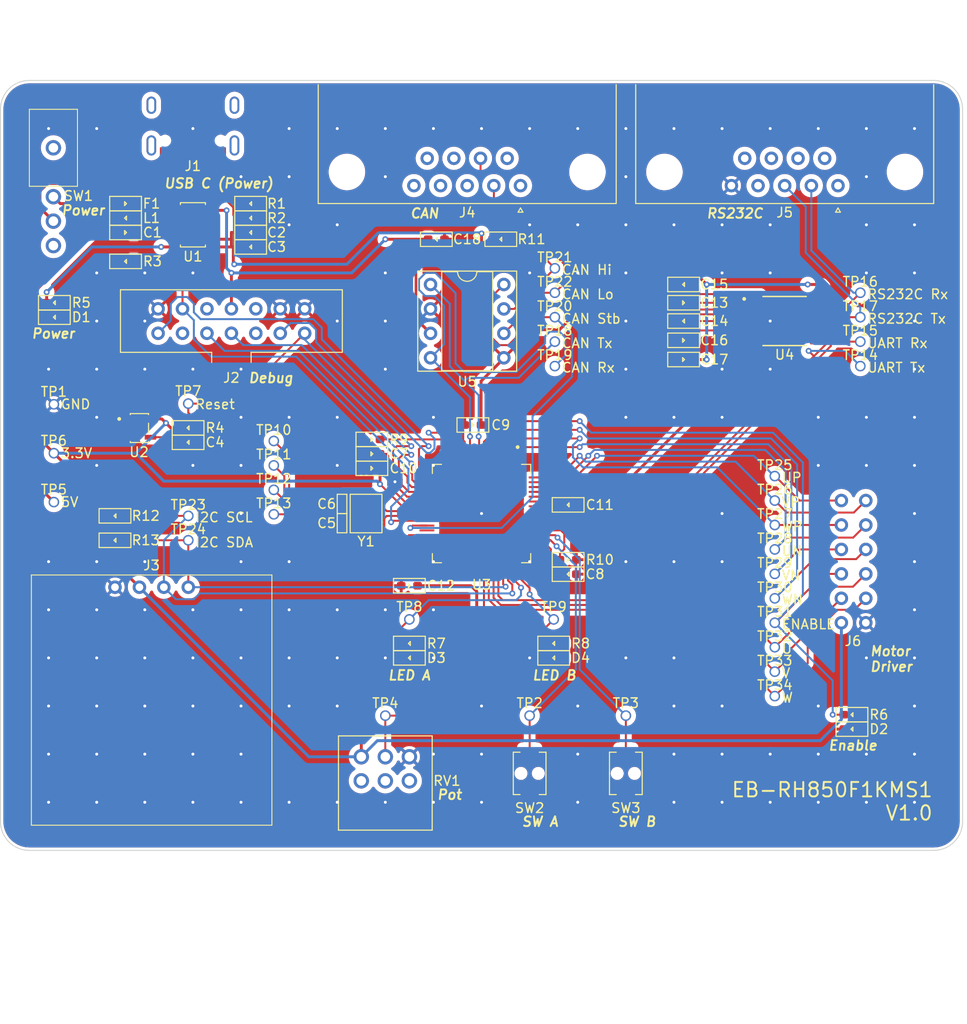
<source format=kicad_pcb>
(kicad_pcb (version 20221018) (generator pcbnew)
  (title_block (title "EB-RH850F1KMS1") (date "2023-12-08") (rev "V1.0") (company "https://github.com/KimiakiK"))
  (layers (0 "F.Cu" signal) (31 "B.Cu" signal) (34 "B.Paste" user) (35 "F.Paste" user) (36 "B.SilkS" user "B.Silkscreen") (37 "F.SilkS" user "F.Silkscreen") (38 "B.Mask" user) (39 "F.Mask" user) (44 "Edge.Cuts" user))
  (net 0 "")
  (net 1 "+5V")
  (net 2 "GND")
  (net 3 "+3.3V")
  (net 4 "RESET")
  (net 5 "X1")
  (net 6 "X2")
  (net 7 "Net-(U3-AWOVCL)")
  (net 8 "Net-(U3-ISOVCL)")
  (net 9 "Net-(U4-C1+)")
  (net 10 "Net-(U4-C1-)")
  (net 11 "Net-(U4-C2+)")
  (net 12 "Net-(U4-C2-)")
  (net 13 "Net-(U4-V+)")
  (net 14 "Net-(U4-V-)")
  (net 15 "Net-(D1-A)")
  (net 16 "Net-(D2-A)")
  (net 17 "Net-(D3-A)")
  (net 18 "Net-(D4-A)")
  (net 19 "Net-(F1-Pad1)")
  (net 20 "Net-(SW1-A)")
  (net 21 "Net-(SW1-B)")
  (net 22 "Net-(J1-CC1)")
  (net 26 "Net-(J1-CC2)")
  (net 31 "LPDCLK")
  (net 33 "FPMD0")
  (net 34 "LPDO")
  (net 36 "LPDI")
  (net 39 "LPDCLKO")
  (net 40 "I2C_SCL")
  (net 41 "I2C_SDA")
  (net 43 "CAN_LO")
  (net 48 "CAN_HI")
  (net 52 "RS232C_TX")
  (net 53 "RS232C_RX")
  (net 59 "PWM_UP")
  (net 60 "PWM_VP")
  (net 61 "PWM_WP")
  (net 62 "PWM_UN")
  (net 63 "PWM_VN")
  (net 64 "PWM_WN")
  (net 65 "ENABLE")
  (net 66 "Current_U")
  (net 67 "Current_V")
  (net 68 "Current_W")
  (net 69 "LED_A")
  (net 70 "LED_B")
  (net 71 "Net-(U3-JP0_4)")
  (net 72 "Net-(U3-P10_8)")
  (net 73 "Potentionmemter")
  (net 75 "SW_A")
  (net 76 "SW_B")
  (net 77 "Net-(U3-P8_3)")
  (net 78 "Net-(U3-P8_4)")
  (net 79 "Net-(U3-P8_5)")
  (net 80 "Net-(U3-P8_6)")
  (net 81 "UART_TX")
  (net 82 "UART_RX")
  (net 83 "CAN_TX")
  (net 84 "CAN_RX")
  (net 85 "CAN_STB")
  (footprint "EB-RH850F1KMS1:TestPoint_Plated_Hole_D0.8mm" (layer "F.Cu") (at -30.48 5.24)
    (fp_text reference "TP23")
    (fp_text value "TestPoint")
  )
  (footprint "EB-RH850F1KMS1:1608Metric" (layer "F.Cu") (at -44.4 -15.4)
    (fp_text reference "D1")
    (fp_text value "LED")
  )
  (footprint "EB-RH850F1KMS1:1608Metric" (layer "F.Cu") (at -37 -24.2 180)
    (fp_text reference "C1")
    (fp_text value "2.2uF")
  )
  (footprint "EB-RH850F1KMS1:1608Metric" (layer "F.Cu") (at -7.5 12.5 180)
    (fp_text reference "C12")
    (fp_text value "0.1uF")
  )
  (footprint "EB-RH850F1KMS1:TestPoint_Plated_Hole_D0.8mm" (layer "F.Cu") (at 30.48 21.43)
    (fp_text reference "TP33")
    (fp_text value "TestPoint")
  )
  (footprint "EB-RH850F1KMS1:SOT-23-5" (layer "F.Cu") (at -35.56 -3.88)
    (fp_text reference "U2")
    (fp_text value "BD45285")
  )
  (footprint "EB-RH850F1KMS1:1608Metric" (layer "F.Cu") (at 9 4.1)
    (fp_text reference "C11")
    (fp_text value "0.1uF")
  )
  (footprint "EB-RH850F1KMS1:TestPoint_Plated_Hole_D0.8mm" (layer "F.Cu") (at 39.37 -10.32)
    (fp_text reference "TP14")
    (fp_text value "TestPoint")
  )
  (footprint "EB-RH850F1KMS1:1608Metric" (layer "F.Cu") (at -11.4 -2.7 180)
    (fp_text reference "R9")
    (fp_text value "10k")
  )
  (footprint "EB-RH850F1KMS1:1608Metric" (layer "F.Cu") (at -38.1 5.24)
    (fp_text reference "R12")
    (fp_text value "10k")
  )
  (footprint "EB-RH850F1KMS1:1608Metric" (layer "F.Cu") (at -37 -25.7)
    (fp_text reference "L1")
    (fp_text value "L")
  )
  (footprint "EB-RH850F1KMS1:TestPoint_Plated_Hole_D0.8mm" (layer "F.Cu") (at 30.48 8.73)
    (fp_text reference "TP28")
    (fp_text value "TestPoint")
  )
  (footprint "EB-RH850F1KMS1:SW_TVAF06" (layer "F.Cu") (at 15 32 180)
    (fp_text reference "SW3")
    (fp_text value "SW_Push")
  )
  (footprint "EB-RH850F1KMS1:1608Metric" (layer "F.Cu") (at -44.4 -16.9)
    (fp_text reference "R5")
    (fp_text value "2.2k")
  )
  (footprint "EB-RH850F1KMS1:Potentiometer_Alps_RK097_Dual_Horizontal" (layer "F.Cu") (at -12.5 32.775 90)
    (fp_text reference "RV1")
    (fp_text value "10k")
  )
  (footprint "EB-RH850F1KMS1:TestPoint_Plated_Hole_D0.8mm" (layer "F.Cu") (at 39.37 -17.94)
    (fp_text reference "TP16")
    (fp_text value "TestPoint")
  )
  (footprint "EB-RH850F1KMS1:TestPoint_Plated_Hole_D0.8mm" (layer "F.Cu") (at -44.45 3.81)
    (fp_text reference "TP5")
    (fp_text value "TestPoint")
  )
  (footprint "EB-RH850F1KMS1:1608Metric" (layer "F.Cu") (at 7.5 18.5)
    (fp_text reference "R8")
    (fp_text value "2.2k")
  )
  (footprint "EB-RH850F1KMS1:TestPoint_Plated_Hole_D0.8mm" (layer "F.Cu") (at 7.5 16)
    (fp_text reference "TP9")
    (fp_text value "TestPoint")
  )
  (footprint "EB-RH850F1KMS1:TestPoint_Plated_Hole_D0.8mm" (layer "F.Cu") (at 30.48 23.97)
    (fp_text reference "TP34")
    (fp_text value "TestPoint")
  )
  (footprint "EB-RH850F1KMS1:TestPoint_Plated_Hole_D0.8mm" (layer "F.Cu") (at -21.59 5.08)
    (fp_text reference "TP13")
    (fp_text value "TestPoint")
  )
  (footprint "EB-RH850F1KMS1:1608Metric" (layer "F.Cu") (at -11.4 -1.2 180)
    (fp_text reference "C7")
    (fp_text value "0.1uF")
  )
  (footprint "EB-RH850F1KMS1:1005Metric" (layer "F.Cu") (at -14.5 6 90)
    (fp_text reference "C5")
    (fp_text value "10pF")
  )
  (footprint "EB-RH850F1KMS1:LQFP-64_10x10mm_P0.5mm" (layer "F.Cu") (at 0 5 -90)
    (fp_text reference "U3")
    (fp_text value "RH850_F1KM-S1-64pin")
  )
  (footprint "EB-RH850F1KMS1:DSUB-9_Male_Horizontal_P2.77x2.84mm_EdgePinOffset7.70mm_Housed_MountingHolesOffset9.12mm" (layer "F.Cu") (at 4.05 -29.069669 180)
    (fp_text reference "J4")
    (fp_text value "CAN")
  )
  (footprint "EB-RH850F1KMS1:TestPoint_Plated_Hole_D0.8mm" (layer "F.Cu") (at -7.5 16)
    (fp_text reference "TP8")
    (fp_text value "TestPoint")
  )
  (footprint "EB-RH850F1KMS1:TestPoint_Plated_Hole_D0.8mm" (layer "F.Cu") (at -44.45 -6.35)
    (fp_text reference "TP1")
    (fp_text value "TestPoint")
  )
  (footprint "EB-RH850F1KMS1:TestPoint_Plated_Hole_D0.8mm" (layer "F.Cu") (at -21.59 2.54)
    (fp_text reference "TP12")
    (fp_text value "TestPoint")
  )
  (footprint "EB-RH850F1KMS1:OLED_128x64" (layer "F.Cu") (at -34.29 11.385)
    (fp_text reference "J3")
    (fp_text value "OLED")
  )
  (footprint "EB-RH850F1KMS1:PinSocket_2x06_P2.54mm_Horizontal" (layer "F.Cu") (at 37.4 3.65)
    (fp_text reference "J6")
    (fp_text value "MotorDriver")
  )
  (footprint "EB-RH850F1KMS1:1608Metric" (layer "F.Cu") (at -30.5 -3.9)
    (fp_text reference "R4")
    (fp_text value "10k")
  )
  (footprint "EB-RH850F1KMS1:TestPoint_Plated_Hole_D0.8mm" (layer "F.Cu") (at 15 26)
    (fp_text reference "TP3")
    (fp_text value "TestPoint")
  )
  (footprint "EB-RH850F1KMS1:TestPoint_Plated_Hole_D0.8mm" (layer "F.Cu") (at 30.48 6.19)
    (fp_text reference "TP27")
    (fp_text value "TestPoint")
  )
  (footprint "EB-RH850F1KMS1:1608Metric" (layer "F.Cu") (at -7.5 20)
    (fp_text reference "D3")
    (fp_text value "LED")
  )
  (footprint "EB-RH850F1KMS1:TestPoint_Plated_Hole_D0.8mm" (layer "F.Cu") (at -21.59 0)
    (fp_text reference "TP11")
    (fp_text value "TestPoint")
  )
  (footprint "EB-RH850F1KMS1:1608Metric" (layer "F.Cu") (at -37 -27.2 180)
    (fp_text reference "F1")
    (fp_text value "Polyfuse")
  )
  (footprint "EB-RH850F1KMS1:TestPoint_Plated_Hole_D0.8mm" (layer "F.Cu") (at 39.37 -15.4)
    (fp_text reference "TP17")
    (fp_text value "TestPoint")
  )
  (footprint "EB-RH850F1KMS1:USB Type-C 5077CR-16SMC2-BK-TR" (layer "F.Cu") (at -30 -32.695 180)
    (fp_text reference "J1")
    (fp_text value "USB_C")
  )
  (footprint "EB-RH850F1KMS1:TestPoint_Plated_Hole_D0.8mm" (layer "F.Cu") (at -44.45 -1.27)
    (fp_text reference "TP6")
    (fp_text value "TestPoint")
  )
  (footprint "EB-RH850F1KMS1:TestPoint_Plated_Hole_D0.8mm" (layer "F.Cu") (at 7.62 -20.48)
    (fp_text reference "TP21")
    (fp_text value "TestPoint")
  )
  (footprint "EB-RH850F1KMS1:TestPoint_Plated_Hole_D0.8mm" (layer "F.Cu") (at 30.48 3.65)
    (fp_text reference "TP26")
    (fp_text value "TestPoint")
  )
  (footprint "EB-RH850F1KMS1:TestPoint_Plated_Hole_D0.8mm" (layer "F.Cu") (at 30.48 11.27)
    (fp_text reference "TP29")
    (fp_text value "TestPoint")
  )
  (footprint "EB-RH850F1KMS1:1608Metric" (layer "F.Cu") (at -24 -27.2)
    (fp_text reference "R1")
    (fp_text value "5.1k")
  )
  (footprint "EB-RH850F1KMS1:TestPoint_Plated_Hole_D0.8mm" (layer "F.Cu") (at -10 26)
    (fp_text reference "TP4")
    (fp_text value "TestPoint")
  )
  (footprint "EB-RH850F1KMS1:TestPoint_Plated_Hole_D0.8mm" (layer "F.Cu") (at 7.62 -12.86)
    (fp_text reference "TP18")
    (fp_text value "TestPoint")
  )
  (footprint "EB-RH850F1KMS1:1608Metric" (layer "F.Cu") (at -37 -21.2)
    (fp_text reference "R3")
    (fp_text value "86k")
  )
  (footprint "EB-RH850F1KMS1:TestPoint_Plated_Hole_D0.8mm" (layer "F.Cu") (at -21.59 -2.54)
    (fp_text reference "TP10")
    (fp_text value "TestPoint")
  )
  (footprint "EB-RH850F1KMS1:1608Metric" (layer "F.Cu") (at 9 11.3)
    (fp_text reference "C8")
    (fp_text value "0.1uF")
  )
  (footprint "EB-RH850F1KMS1:DSUB-9_Male_Horizontal_P2.77x2.84mm_EdgePinOffset7.70mm_Housed_MountingHolesOffset9.12mm" (layer "F.Cu") (at 37.05 -29.069669 180)
    (fp_text reference "J5")
    (fp_text value "RS232C")
  )
  (footprint "EB-RH850F1KMS1:TestPoint_Plated_Hole_D0.8mm" (layer "F.Cu") (at 30.48 1.11)
    (fp_text reference "TP25")
    (fp_text value "TestPoint")
  )
  (footprint "EB-RH850F1KMS1:TestPoint_Plated_Hole_D0.8mm" (layer "F.Cu") (at 30.48 13.81)
    (fp_text reference "TP30")
    (fp_text value "TestPoint")
  )
  (footprint "EB-RH850F1KMS1:1608Metric" (layer "F.Cu") (at -24 -25.7)
    (fp_text reference "R2")
    (fp_text value "5.1k")
  )
  (footprint "EB-RH850F1KMS1:TestPoint_Plated_Hole_D0.8mm" (layer "F.Cu") (at -30.48 -6.42)
    (fp_text reference "TP7")
    (fp_text value "TestPoint")
  )
  (footprint "EB-RH850F1KMS1:TestPoint_Plated_Hole_D0.8mm" (layer "F.Cu") (at 30.48 16.35)
    (fp_text reference "TP31")
    (fp_text value "TestPoint")
  )
  (footprint "EB-RH850F1KMS1:1005Metric" (layer "F.Cu") (at -14.5 4 -90)
    (fp_text reference "C6")
    (fp_text value "10pF")
  )
  (footprint "EB-RH850F1KMS1:TestPoint_Plated_Hole_D0.8mm" (layer "F.Cu") (at 39.37 -12.86)
    (fp_text reference "TP15")
    (fp_text value "TestPoint")
  )
  (footprint "EB-RH850F1KMS1:SW_TVAF06" (layer "F.Cu") (at 5 32 180)
    (fp_text reference "SW2")
    (fp_text value "SW_Push")
  )
  (footprint "EB-RH850F1KMS1:TestPoint_Plated_Hole_D0.8mm" (layer "F.Cu") (at 5 26)
    (fp_text reference "TP2")
    (fp_text value "TestPoint")
  )
  (footprint "EB-RH850F1KMS1:TestPoint_Plated_Hole_D0.8mm" (layer "F.Cu") (at 7.62 -17.94)
    (fp_text reference "TP22")
    (fp_text value "TestPoint")
  )
  (footprint "EB-RH850F1KMS1:TestPoint_Plated_Hole_D0.8mm" (layer "F.Cu") (at -30.48 7.78)
    (fp_text reference "TP24")
    (fp_text value "TestPoint")
  )
  (footprint "EB-RH850F1KMS1:TestPoint_Plated_Hole_D0.8mm" (layer "F.Cu") (at 7.62 -10.32)
    (fp_text reference "TP19")
    (fp_text value "TestPoint")
  )
  (footprint "EB-RH850F1KMS1:1608Metric" (layer "F.Cu") (at -30.5 -2.4)
    (fp_text reference "C4")
    (fp_text value "0.1uF")
  )
  (footprint "EB-RH850F1KMS1:1608Metric" (layer "F.Cu") (at -24 -24.2)
    (fp_text reference "C2")
    (fp_text value "2.2uF")
  )
  (footprint "EB-RH850F1KMS1:1608Metric" (layer "F.Cu") (at 2 -23.5)
    (fp_text reference "R11")
    (fp_text value "120")
  )
  (footprint "EB-RH850F1KMS1:1608Metric" (layer "F.Cu") (at -7.5 18.5)
    (fp_text reference "R7")
    (fp_text value "2.2k")
  )
  (footprint "EB-RH850F1KMS1:Toggle_Switch" (layer "F.Cu") (at -44.5 -33)
    (fp_text reference "SW1")
    (fp_text value "SW_SPDT")
  )
  (footprint "EB-RH850F1KMS1:1608Metric" (layer "F.Cu") (at 21 -16.9 180)
    (fp_text reference "C13")
    (fp_text value "0.1uF")
  )
  (footprint "EB-RH850F1KMS1:IDC-Header_2x07_P2.54mm_Vertical" (layer "F.Cu") (at -33.62 -13.73 90)
    (fp_text reference "J2")
    (fp_text value "Renesas_Emulator")
  )
  (footprint "EB-RH850F1KMS1:1608Metric" (layer "F.Cu") (at -0.9 -4.2 180)
    (fp_text reference "C9")
    (fp_text value "0.1uF")
  )
  (footprint "EB-RH850F1KMS1:1608Metric" (layer "F.Cu") (at -4.7 -23.5)
    (fp_text reference "C18")
    (fp_text value "0.1uF")
  )
  (footprint "EB-RH850F1KMS1:1608Metric" (layer "F.Cu") (at 21 -15)
    (fp_text reference "C14")
    (fp_text value "0.1uF")
  )
  (footprint "EB-RH850F1KMS1:SOT-89-5" (layer "F.Cu") (at -30 -25)
    (fp_text reference "U1")
    (fp_text value "NJM2884U1-33")
  )
  (footprint "EB-RH850F1KMS1:1608Metric" (layer "F.Cu") (at 38.5 27.4)
    (fp_text reference "D2")
    (fp_text value "LED")
  )
  (footprint "EB-RH850F1KMS1:1608Metric" (layer "F.Cu") (at 38.5 25.9)
    (fp_text reference "R6")
    (fp_text value "2.2k")
  )
  (footprint "EB-RH850F1KMS1:1608Metric" (layer "F.Cu") (at 21 -11 180)
    (fp_text reference "C17")
    (fp_text value "0.1uF")
  )
  (footprint "EB-RH850F1KMS1:1608Metric" (layer "F.Cu") (at -11.4 0.3 180)
    (fp_text reference "C10")
    (fp_text value "0.1uF")
  )
  (footprint "EB-RH850F1KMS1:1608Metric" (layer "F.Cu") (at 9 9.8 180)
    (fp_text reference "R10")
    (fp_text value "10k")
  )
  (footprint "EB-RH850F1KMS1:1608Metric" (layer "F.Cu") (at 21 -13 180)
    (fp_text reference "C16")
    (fp_text value "0.1uF")
  )
  (footprint "EB-RH850F1KMS1:TestPoint_Plated_Hole_D0.8mm" (layer "F.Cu") (at 30.48 18.89)
    (fp_text reference "TP32")
    (fp_text value "TestPoint")
  )
  (footprint "EB-RH850F1KMS1:TSSOP-16-1EP_4.4x5mm_P0.65mm" (layer "F.Cu") (at 31.5 -15)
    (fp_text reference "U4")
    (fp_text value "ADM3202")
  )
  (footprint "EB-RH850F1KMS1:1608Metric" (layer "F.Cu") (at 7.5 20)
    (fp_text reference "D4")
    (fp_text value "LED")
  )
  (footprint "EB-RH850F1KMS1:Crystal_SMD_3225-4Pin_3.2x2.5mm" (layer "F.Cu") (at -12 5 90)
    (fp_text reference "Y1")
    (fp_text value "20MHz")
  )
  (footprint "EB-RH850F1KMS1:1608Metric" (layer "F.Cu") (at -24 -22.7)
    (fp_text reference "C3")
    (fp_text value "10uF")
  )
  (footprint "EB-RH850F1KMS1:1608Metric" (layer "F.Cu") (at 21 -18.8)
    (fp_text reference "C15")
    (fp_text value "0.1uF")
  )
  (footprint "EB-RH850F1KMS1:DIP-8_W7.62mm_Socket" (layer "F.Cu") (at -5.3 -18.8)
    (fp_text reference "U5")
    (fp_text value "CAN_Transceiver")
  )
  (footprint "EB-RH850F1KMS1:1608Metric" (layer "F.Cu") (at -38.1 7.78)
    (fp_text reference "R13")
    (fp_text value "10k")
  )
  (footprint "EB-RH850F1KMS1:TestPoint_Plated_Hole_D0.8mm" (layer "F.Cu") (at 7.62 -15.4)
    (fp_text reference "TP20")
    (fp_text value "TestPoint")
  )
  (gr_arc (start -47 40) (mid -49.12132 39.12132) (end -50 37) (stroke (width 0.1)) (layer "Edge.Cuts"))
  (gr_arc (start -50 -37) (mid -49.12132 -39.12132) (end -47 -40) (stroke (width 0.1)) (layer "Edge.Cuts"))
  (gr_line (start 50 -37) (end 50 37) (stroke (width 0.1)) (layer "Edge.Cuts"))
  (gr_line (start -47 -40) (end 47 -40) (stroke (width 0.1)) (layer "Edge.Cuts"))
  (gr_arc (start 50 37) (mid 49.12132 39.12132) (end 47 40) (stroke (width 0.1)) (layer "Edge.Cuts"))
  (gr_line (start -50 37) (end -50 -37) (stroke (width 0.1)) (layer "Edge.Cuts"))
  (gr_arc (start 47 -40) (mid 49.12132 -39.12132) (end 50 -37) (stroke (width 0.1)) (layer "Edge.Cuts"))
  (gr_line (start 47 40) (end -47 40) (stroke (width 0.1)) (layer "Edge.Cuts"))
  (gr_text "SW A" (at 4.1 37.6) (layer "F.SilkS") (effects (font (size 1 1) (thickness 0.2) bold italic) (justify left bottom)))
  (gr_text "WP" (at 31.115 6.35) (layer "F.SilkS") (effects (font (size 1 1)) (justify left)))
  (gr_text "VN" (at 31.115 11.43) (layer "F.SilkS") (effects (font (size 1 1)) (justify left)))
  (gr_text "UART Rx" (at 40.005 -12.7) (layer "F.SilkS") (effects (font (size 1 1)) (justify left)))
  (gr_text "RS232C Tx" (at 40.005 -15.24) (layer "F.SilkS") (effects (font (size 1 1)) (justify left)))
  (gr_text "Enable" (at 38.6 29.1) (layer "F.SilkS") (effects (font (size 1 1) (thickness 0.2) bold italic)))
  (gr_text "VP" (at 31.115 3.81) (layer "F.SilkS") (effects (font (size 1 1)) (justify left)))
  (gr_text "CAN Lo" (at 8.255 -17.78) (layer "F.SilkS") (effects (font (size 1 1)) (justify left)))
  (gr_text "SW B" (at 14.1 37.6) (layer "F.SilkS") (effects (font (size 1 1) (thickness 0.2) bold italic) (justify left bottom)))
  (gr_text "Motor\nDriver" (at 40.3 21.5) (layer "F.SilkS") (effects (font (size 1 1) (thickness 0.2) bold italic) (justify left bottom)))
  (gr_text "UART Tx" (at 40.005 -10.16) (layer "F.SilkS") (effects (font (size 1 1)) (justify left)))
  (gr_text "CAN Tx" (at 8.255 -12.7) (layer "F.SilkS") (effects (font (size 1 1)) (justify left)))
  (gr_text "USB C (Power)" (at -27.3 -29.3) (layer "F.SilkS") (effects (font (size 1 1) (thickness 0.2) bold italic)))
  (gr_text "UN" (at 31.115 8.89) (layer "F.SilkS") (effects (font (size 1 1)) (justify left)))
  (gr_text "CAN Hi" (at 8.255 -20.32) (layer "F.SilkS") (effects (font (size 1 1)) (justify left)))
  (gr_text "LED A" (at -9.8 22.4) (layer "F.SilkS") (effects (font (size 1 1) (thickness 0.2) bold italic) (justify left bottom)))
  (gr_text "Pot" (at -4.7 34.8) (layer "F.SilkS") (effects (font (size 1 1) (thickness 0.2) bold italic) (justify left bottom)))
  (gr_text "W" (at 31.115 24.13) (layer "F.SilkS") (effects (font (size 1 1)) (justify left)))
  (gr_text "ENABLE" (at 31.115 16.51) (layer "F.SilkS") (effects (font (size 1 1)) (justify left)))
  (gr_text "I2C SDA" (at -29.845 8) (layer "F.SilkS") (effects (font (size 1 1)) (justify left)))
  (gr_text "U" (at 31.115 19.05) (layer "F.SilkS") (effects (font (size 1 1)) (justify left)))
  (gr_text "LED B" (at 5.2 22.4) (layer "F.SilkS") (effects (font (size 1 1) (thickness 0.2) bold italic) (justify left bottom)))
  (gr_text "Reset" (at -29.845 -6.35) (layer "F.SilkS") (effects (font (size 1 1)) (justify left)))
  (gr_text "WN" (at 31.115 13.97) (layer "F.SilkS") (effects (font (size 1 1)) (justify left)))
  (gr_text "Debug" (at -24.3 -8.5) (layer "F.SilkS") (effects (font (size 1 1) (thickness 0.2) bold italic) (justify left bottom)))
  (gr_text "Power" (at -44.5 -13.7) (layer "F.SilkS") (effects (font (size 1 1) (thickness 0.2) bold italic)))
  (gr_text "3.3V" (at -43.815 -1.27) (layer "F.SilkS") (effects (font (size 1 1)) (justify left)))
  (gr_text "V" (at 31.115 21.59) (layer "F.SilkS") (effects (font (size 1 1)) (justify left)))
  (gr_text "5V" (at -43.815 3.81) (layer "F.SilkS") (effects (font (size 1 1)) (justify left)))
  (gr_text "GND" (at -43.815 -6.35) (layer "F.SilkS") (effects (font (size 1 1)) (justify left)))
  (gr_text "CAN" (at -7.5 -25.6) (layer "F.SilkS") (effects (font (size 1 1) (thickness 0.2) bold italic) (justify left bottom)))
  (gr_text "RS232C Rx" (at 40.005 -17.78) (layer "F.SilkS") (effects (font (size 1 1)) (justify left)))
  (gr_text "UP" (at 31.115 1.27) (layer "F.SilkS") (effects (font (size 1 1)) (justify left)))
  (gr_text "Power" (at -41.4 -26.5) (layer "F.SilkS") (effects (font (size 1 1) (thickness 0.2) bold italic)))
  (gr_text "RS232C" (at 23.3 -25.6) (layer "F.SilkS") (effects (font (size 1 1) (thickness 0.2) bold italic) (justify left bottom)))
  (gr_text "CAN Stb" (at 8.255 -15.24) (layer "F.SilkS") (effects (font (size 1 1)) (justify left)))
  (gr_text "EB-RH850F1KMS1\nV1.0" (at 47 37) (layer "F.SilkS") (effects (font (size 1.5 1.5) (thickness 0.2)) (justify right bottom)))
  (gr_text "I2C SCL" (at -29.845 5.4) (layer "F.SilkS") (effects (font (size 1 1)) (justify left)))
  (gr_text "CAN Rx" (at 8.255 -10.16) (layer "F.SilkS") (effects (font (size 1 1)) (justify left)))
  (segment (start -37.85 -25.7) (end -37.85 -25.05) (width 0.3048) (layer "F.Cu") (net 1))
  (segment (start -5.3 -13.72) (end -6.8 -15.22) (width 0.3048) (layer "F.Cu") (net 1))
  (segment (start -47.3 -17.2) (end -47.3 0.96) (width 0.3048) (layer "F.Cu") (net 1))
  (segment (start -36.15 -24.2) (end -35.3 -24.2) (width 0.3048) (layer "F.Cu") (net 1))
  (segment (start -36.15 -24.2) (end -36.15 -24.85) (width 0.3048) (layer "F.Cu") (net 1))
  (segment (start -10 -23.5) (end -6.8 -23.5) (width 0.3048) (layer "F.Cu") (net 1))
  (segment (start -38.8 -25.7) (end -47.3 -17.2) (width 0.3048) (layer "F.Cu") (net 1))
  (segment (start -28.15 -26.5) (end -26.5 -26.5) (width 0.3048) (layer "F.Cu") (net 1))
  (segment (start -6.8 -15.22) (end -6.8 -23.5) (width 0.3048) (layer "F.Cu") (net 1))
  (segment (start -26 -20) (end -26 -16.27) (width 0.3048) (layer "F.Cu") (net 1))
  (segment (start -33 -26.5) (end -31.85 -26.5) (width 0.3048) (layer "F.Cu") (net 1))
  (segment (start -36.15 -24.85) (end -36.2 -24.9) (width 0.3048) (layer "F.Cu") (net 1))
  (segment (start -6.8 -23.5) (end -5.55 -23.5) (width 0.3048) (layer "F.Cu") (net 1))
  (segment (start -31.85 -26.5) (end -28.15 -26.5) (width 0.3048) (layer "F.Cu") (net 1))
  (segment (start -37.85 -25.7) (end -38.8 -25.7) (width 0.3048) (layer "F.Cu") (net 1))
  (segment (start -36.2 -24.9) (end -36.9 -24.9) (width 0.3048) (layer "F.Cu") (net 1))
  (segment (start -36.9 -24.9) (end -37 -25) (width 0.3048) (layer "F.Cu") (net 1))
  (segment (start -47.3 0.96) (end -44.45 3.81) (width 0.3048) (layer "F.Cu") (net 1))
  (segment (start -37 -25) (end -37.8 -25) (width 0.3048) (layer "F.Cu") (net 1))
  (segment (start -37.85 -25.05) (end -37.8 -25) (width 0.3048) (layer "F.Cu") (net 1))
  (segment (start -35.3 -24.2) (end -33 -26.5) (width 0.3048) (layer "F.Cu") (net 1))
  (via (at -26.5 -26.5) (size 0.6096) (drill 0.3048) (layers "F.Cu" "B.Cu") (net 1))
  (via (at -10 -23.5) (size 0.6096) (drill 0.3048) (layers "F.Cu" "B.Cu") (net 1))
  (via (at -26 -20) (size 0.6096) (drill 0.3048) (layers "F.Cu" "B.Cu") (net 1))
  (segment (start -26.5 -20.5) (end -26 -20) (width 0.3048) (layer "B.Cu") (net 1))
  (segment (start -26 -20) (end -13.5 -20) (width 0.3048) (layer "B.Cu") (net 1))
  (segment (start -26.5 -26.5) (end -26.5 -20.5) (width 0.3048) (layer "B.Cu") (net 1))
  (segment (start -13.5 -20) (end -10 -23.5) (width 0.3048) (layer "B.Cu") (net 1))
  (segment (start -1.75 -0.675) (end -1.75 -2.45) (width 0.2032) (layer "F.Cu") (net 2))
  (segment (start 7.2 10.2) (end 7.5048 10.5048) (width 0.2032) (layer "F.Cu") (net 2))
  (segment (start -3.75 10.675) (end -3.75 11.55) (width 0.2032) (layer "F.Cu") (net 2))
  (segment (start -1.9 -4.05) (end -1.75 -4.2) (width 0.2032) (layer "F.Cu") (net 2))
  (segment (start -33.2 -32.575) (end -33.2 -31.6) (width 0.3048) (layer "F.Cu") (net 2))
  (segment (start -3.9 11.7) (end -4.5 11.7) (width 0.2032) (layer "F.Cu") (net 2))
  (segment (start -7.75 3.25) (end -9 2) (width 0.2032) (layer "F.Cu") (net 2))
  (segment (start 36.025 -16.625) (end 36.1 -16.7) (width 0.3048) (layer "F.Cu") (net 2))
  (segment (start -3.75 11.55) (end -3.9 11.7) (width 0.2032) (layer "F.Cu") (net 2))
  (segment (start 7.2 8.7) (end 7.2 10.2) (width 0.2032) (layer "F.Cu") (net 2))
  (segment (start 5.675 2.75) (end 8.55 2.75) (width 0.2032) (layer "F.Cu") (net 2))
  (segment (start -5.675 3.25) (end -7.75 3.25) (width 0.2032) (layer "F.Cu") (net 2))
  (segment (start 34.7 -16.625) (end 36.025 -16.625) (width 0.3048) (layer "F.Cu") (net 2))
  (segment (start 6.75 8.25) (end 7.2 8.7) (width 0.2032) (layer "F.Cu") (net 2))
  (segment (start 9.85 11.3) (end 9.85 9.8) (width 0.2032) (layer "F.Cu") (net 2))
  (segment (start 7.5048 10.5048) (end 9.85 10.5048) (width 0.2032) (layer "F.Cu") (net 2))
  (segment (start -9 2) (end -9 1.7) (width 0.2032) (layer "F.Cu") (net 2))
  (segment (start -1.75 -2.45) (end -1.9 -2.6) (width 0.2032) (layer "F.Cu") (net 2))
  (segment (start 8.55 2.75) (end 8.8 3) (width 0.2032) (layer "F.Cu") (net 2))
  (segment (start -26.8 -32.575) (end -26.8 -31.6) (width 0.3048) (layer "F.Cu") (net 2))
  (segment (start -1.9 -2.6) (end -1.9 -4.05) (width 0.2032) (layer "F.Cu") (net 2))
  (segment (start 5.675 8.25) (end 6.75 8.25) (width 0.2032) (layer "F.Cu") (net 2))
  (segment (start -30 -25) (end -32.8 -25) (width 0.3048) (layer "F.Cu") (net 2))
  (via (at 15 10) (size 0.6096) (drill 0.3048) (layers "F.Cu" "B.Cu") (net 2))
  (via (at 30 -25) (size 0.6096) (drill 0.3048) (layers "F.Cu" "B.Cu") (net 2))
  (via (at 40 -30) (size 0.6096) (drill 0.3048) (layers "F.Cu" "B.Cu") (net 2))
  (via (at 40 0) (size 0.6096) (drill 0.3048) (layers "F.Cu" "B.Cu") (net 2))
  (via (at 35 0) (size 0.6096) (drill 0.3048) (layers "F.Cu" "B.Cu") (net 2))
  (via (at -5 30) (size 0.6096) (drill 0.3048) (layers "F.Cu" "B.Cu") (net 2))
  (via (at 20 25) (size 0.6096) (drill 0.3048) (layers "F.Cu" "B.Cu") (net 2))
  (via (at -40 -35) (size 0.6096) (drill 0.3048) (layers "F.Cu" "B.Cu") (net 2))
  (via (at -40 10) (size 0.6096) (drill 0.3048) (layers "F.Cu" "B.Cu") (net 2))
  (via (at 35 25) (size 0.6096) (drill 0.3048) (layers "F.Cu" "B.Cu") (net 2))
  (via (at 25 30) (size 0.6096) (drill 0.3048) (layers "F.Cu" "B.Cu") (net 2))
  (via (at 45 -10) (size 0.6096) (drill 0.3048) (layers "F.Cu" "B.Cu") (net 2))
  (via (at 10 -25) (size 0.6096) (drill 0.3048) (layers "F.Cu" "B.Cu") (net 2))
  (via (at 45 5) (size 0.6096) (drill 0.3048) (layers "F.Cu" "B.Cu") (net 2))
  (via (at -45 30) (size 0.6096) (drill 0.3048) (layers "F.Cu" "B.Cu") (net 2))
  (via (at -15 20) (size 0.6096) (drill 0.3048) (layers "F.Cu" "B.Cu") (net 2))
  (via (at 30 30) (size 0.6096) (drill 0.3048) (layers "F.Cu" "B.Cu") (net 2))
  (via (at 35 30) (size 0.6096) (drill 0.3048) (layers "F.Cu" "B.Cu") (net 2))
  (via (at 20 -5) (size 0.6096) (drill 0.3048) (layers "F.Cu" "B.Cu") (net 2))
  (via (at -5 0) (size 0.6096) (drill 0.3048) (layers "F.Cu" "B.Cu") (net 2))
  (via (at 0 30) (size 0.6096) (drill 0.3048) (layers "F.Cu" "B.Cu") (net 2))
  (via (at 35 -5) (size 0.6096) (drill 0.3048) (layers "F.Cu" "B.Cu") (net 2))
  (via (at -30 -10) (size 0.6096) (drill 0.3048) (layers "F.Cu" "B.Cu") (net 2))
  (via (at -25 35) (size 0.6096) (drill 0.3048) (layers "F.Cu" "B.Cu") (net 2))
  (via (at -30 15) (size 0.6096) (drill 0.3048) (layers "F.Cu" "B.Cu") (net 2))
  (via (at -25 15) (size 0.6096) (drill 0.3048) (layers "F.Cu" "B.Cu") (net 2))
  (via (at -15 0) (size 0.6096) (drill 0.3048) (layers "F.Cu" "B.Cu") (net 2))
  (via (at -20 10) (size 0.6096) (drill 0.3048) (layers "F.Cu" "B.Cu") (net 2))
  (via (at 30 -20) (size 0.6096) (drill 0.3048) (layers "F.Cu" "B.Cu") (net 2))
  (via (at 5 20) (size 0.6096) (drill 0.3048) (layers "F.Cu" "B.Cu") (net 2))
  (via (at -10 35) (size 0.6096) (drill 0.3048) (layers "F.Cu" "B.Cu") (net 2))
  (via (at 25 5) (size 0.6096) (drill 0.3048) (layers "F.Cu" "B.Cu") (net 2))
  (via (at -45 -10) (size 0.6096) (drill 0.3048) (layers "F.Cu" "B.Cu") (net 2))
  (via (at -35 10) (size 0.6096) (drill 0.3048) (layers "F.Cu" "B.Cu") (net 2))
  (via (at -45 20) (size 0.6096) (drill 0.3048) (layers "F.Cu" "B.Cu") (net 2))
  (via (at 40 35) (size 0.6096) (drill 0.3048) (layers "F.Cu" "B.Cu") (net 2))
  (via (at 45 10) (size 0.6096) (drill 0.3048) (layers "F.Cu" "B.Cu") (net 2))
  (via (at -40 15) (size 0.6096) (drill 0.3048) (layers "F.Cu" "B.Cu") (net 2))
  (via (at -40 -20) (size 0.6096) (drill 0.3048) (layers "F.Cu" "B.Cu") (net 2))
  (via (at -45 35) (size 0.6096) (drill 0.3048) (layers "F.Cu" "B.Cu") (net 2))
  (via (at 20 10) (size 0.6096) (drill 0.3048) (layers "F.Cu" "B.Cu") (net 2))
  (via (at 45 15) (size 0.6096) (drill 0.3048) (layers "F.Cu" "B.Cu") (net 2))
  (via (at -5 -5) (size 0.6096) (drill 0.3048) (layers "F.Cu" "B.Cu") (net 2))
  (via (at 10 -35) (size 0.6096) (drill 0.3048) (layers "F.Cu" "B.Cu") (net 2))
  (via (at 15 -20) (size 0.6096) (drill 0.3048) (layers "F.Cu" "B.Cu") (net 2))
  (via (at -25 10) (size 0.6096) (drill 0.3048) (layers "F.Cu" "B.Cu") (net 2))
  (via (at -20 25) (size 0.6096) (drill 0.3048) (layers "F.Cu" "B.Cu") (net 2))
  (via (at 15 -25) (size 0.6096) (drill 0.3048) (layers "F.Cu" "B.Cu") (net 2))
  (via (at -25 25) (size 0.6096) (drill 0.3048) (layers "F.Cu" "B.Cu") (net 2))
  (via (at 45 -35) (size 0.6096) (drill 0.3048) (layers "F.Cu" "B.Cu") (net 2))
  (via (at 30 -35) (size 0.6096) (drill 0.3048) (layers "F.Cu" "B.Cu") (net 2))
  (via (at 20 20) (size 0.6096) (drill 0.3048) (layers "F.Cu" "B.Cu") (net 2))
  (via (at -9 1.7) (size 0.6096) (drill 0.3048) (layers "F.Cu" "B.Cu") (net 2))
  (via (at 5 -25) (size 0.6096) (drill 0.3048) (layers "F.Cu" "B.Cu") (net 2))
  (via (at 25 -35) (size 0.6096) (drill 0.3048) (layers "F.Cu" "B.Cu") (net 2))
  (via (at 5 -20) (size 0.6096) (drill 0.3048) (layers "F.Cu" "B.Cu") (net 2))
  (via (at 0 5) (size 0.6096) (drill 0.3048) (layers "F.Cu" "B.Cu") (net 2))
  (via (at -35 -15) (size 0.6096) (drill 0.3048) (layers "F.Cu" "B.Cu") (net 2))
  (via (at -35 -20) (size 0.6096) (drill 0.3048) (layers "F.Cu" "B.Cu") (net 2))
  (via (at 45 0) (size 0.6096) (drill 0.3048) (layers "F.Cu" "B.Cu") (net 2))
  (via (at -25 20) (size 0.6096) (drill 0.3048) (layers "F.Cu" "B.Cu") (net 2))
  (via (at 20 -35) (size 0.6096) (drill 0.3048) (layers "F.Cu" "B.Cu") (net 2))
  (via (at -20 35) (size 0.6096) (drill 0.3048) (layers "F.Cu" "B.Cu") (net 2))
  (via (at 45 20) (size 0.6096) (drill 0.3048) (layers "F.Cu" "B.Cu") (net 2))
  (via (at 10 25) (size 0.6096) (drill 0.3048) (layers "F.Cu" "B.Cu") (net 2))
  (via (at -20 -5) (size 0.6096) (drill 0.3048) (layers "F.Cu" "B.Cu") (net 2))
  (via (at -35 15) (size 0.6096) (drill 0.3048) (layers "F.Cu" "B.Cu") (net 2))
  (via (at 45 25) (size 0.6096) (drill 0.3048) (layers "F.Cu" "B.Cu") (net 2))
  (via (at -25 -30) (size 0.6096) (drill 0.3048) (layers "F.Cu" "B.Cu") (net 2))
  (via (at 15 -5) (size 0.6096) (drill 0.3048) (layers "F.Cu" "B.Cu") (net 2))
  (via (at -15 -15) (size 0.6096) (drill 0.3048) (layers "F.Cu" "B.Cu") (net 2))
  (via (at -5 -35) (size 0.6096) (drill 0.3048) (layers "F.Cu" "B.Cu") (net 2))
  (via (at 45 -20) (size 0.6096) (drill 0.3048) (layers "F.Cu" "B.Cu") (net 2))
  (via (at -15 25) (size 0.6096) (drill 0.3048) (layers "F.Cu" "B.Cu") (net 2))
  (via (at -15 -5) (size 0.6096) (drill 0.3048) (layers "F.Cu" "B.Cu") (net 2))
  (via (at -30 25) (size 0.6096) (drill 0.3048) (layers "F.Cu" "B.Cu") (net 2))
  (via (at -40 25) (size 0.6096) (drill 0.3048) (layers "F.Cu" "B.Cu") (net 2))
  (via (at -10 -15) (size 0.6096) (drill 0.3048) (layers "F.Cu" "B.Cu") (net 2))
  (via (at -35 25) (size 0.6096) (drill 0.3048) (layers "F.Cu" "B.Cu") (net 2))
  (via (at -5 20) (size 0.6096) (drill 0.3048) (layers "F.Cu" "B.Cu") (net 2))
  (via (at -25 30) (size 0.6096) (drill 0.3048) (layers "F.Cu" "B.Cu") (net 2))
  (via (at 40 30) (size 0.6096) (drill 0.3048) (layers "F.Cu" "B.Cu") (net 2))
  (via (at 30 -10) (size 0.6096) (drill 0.3048) (layers "F.Cu" "B.Cu") (net 2))
  (via (at -15 -35) (size 0.6096) (drill 0.3048) (layers "F.Cu" "B.Cu") (net 2))
  (via (at 15 20) (size 0.6096) (drill 0.3048) (layers "F.Cu" "B.Cu") (net 2))
  (via (at -35 20) (size 0.6096) (drill 0.3048) (layers "F.Cu" "B.Cu") (net 2))
  (via (at -30 -35) (size 0.6096) (drill 0.3048) (layers "F.Cu" "B.Cu") (net 2))
  (via (at 35 -35) (size 0.6096) (drill 0.3048) (layers "F.Cu" "B.Cu") (net 2))
  (via (at -5 10) (size 0.6096) (drill 0.3048) (layers "F.Cu" "B.Cu") (net 2))
  (via (at 40 -25) (size 0.6096) (drill 0.3048) (layers "F.Cu" "B.Cu") (net 2))
  (via (at -10 20) (size 0.6096) (drill 0.3048) (layers "F.Cu" "B.Cu") (net 2))
  (via (at -30 0) (size 0.6096) (drill 0.3048) (layers "F.Cu" "B.Cu") (net 2))
  (via (at -10 -10) (size 0.6096) (drill 0.3048) (layers "F.Cu" "B.Cu") (net 2))
  (via (at 25 35) (size 0.6096) (drill 0.3048) (layers "F.Cu" "B.Cu") (net 2))
  (via (at 45 -15) (size 0.6096) (drill 0.3048) (layers "F.Cu" "B.Cu") (net 2))
  (via (at 45 30) (size 0.6096) (drill 0.3048) (layers "F.Cu" "B.Cu") (net 2))
  (via (at -45 25) (size 0.6096) (drill 0.3048) (layers "F.Cu" "B.Cu") (net 2))
  (via (at -30 20) (size 0.6096) (drill 0.3048) (layers "F.Cu" "B.Cu") (net 2))
  (via (at 40 -35) (size 0.6096) (drill 0.3048) (layers "F.Cu" "B.Cu") (net 2))
  (via (at 25 -20) (size 0.6096) (drill 0.3048) (layers "F.Cu" "B.Cu") (net 2))
  (via (at -30 30) (size 0.6096) (drill 0.3048) (layers "F.Cu" "B.Cu") (net 2))
  (via (at -5 15) (size 0.6096) (drill 0.3048) (layers "F.Cu" "B.Cu") (net 2))
  (via (at 5 -35) (size 0.6096) (drill 0.3048) (layers "F.Cu" "B.Cu") (net 2))
  (via (at 25 -10) (size 0.6096) (drill 0.3048) (layers "F.Cu" "B.Cu") (net 2))
  (via (at -45 -35) (size 0.6096) (drill 0.3048) (layers "F.Cu" "B.Cu") (net 2))
  (via (at -20 -25) (size 0.6096) (drill 0.3048) (layers "F.Cu" "B.Cu") (net 2))
  (via (at -40 0) (size 0.6096) (drill 0.3048) (layers "F.Cu" "B.Cu") (net 2))
  (via (at 25 -25) (size 0.6096) (drill 0.3048) (layers "F.Cu" "B.Cu") (net 2))
  (via (at 45 35) (size 0.6096) (drill 0.3048) (layers "F.Cu" "B.Cu") (net 2))
  (via (at 30 35) (size 0.6096) (drill 0.3048) (layers "F.Cu" "B.Cu") (net 2))
  (via (at -10 -30) (size 0.6096) (drill 0.3048) (layers "F.Cu" "B.Cu") (net 2))
  (via (at -20 20) (size 0.6096) (drill 0.3048) (layers "F.Cu" "B.Cu") (net 2))
  (via (at 15 -15) (size 0.6096) (drill 0.3048) (layers "F.Cu" "B.Cu") (net 2))
  (via (at -15 35) (size 0.6096) (drill 0.3048) (layers "F.Cu" "B.Cu") (net 2))
  (via (at -10 -35) (size 0.6096) (drill 0.3048) (layers "F.Cu" "B.Cu") (net 2))
  (via (at -35 -10) (size 0.6096) (drill 0.3048) (layers "F.Cu" "B.Cu") (net 2))
  (via (at 0 35) (size 0.6096) (drill 0.3048) (layers "F.Cu" "B.Cu") (net 2))
  (via (at 30 -15) (size 0.6096) (drill 0.3048) (layers "F.Cu" "B.Cu") (net 2))
  (via (at -30 -20) (size 0.6096) (drill 0.3048) (layers "F.Cu" "B.Cu") (net 2))
  (via (at -20 -35) (size 0.6096) (drill 0.3048) (layers "F.Cu" "B.Cu") (net 2))
  (via (at 20 -25) (size 0.6096) (drill 0.3048) (layers "F.Cu" "B.Cu") (net 2))
  (via (at -45 10) (size 0.6096) (drill 0.3048) (layers "F.Cu" "B.Cu") (net 2))
  (via (at 40 -20) (size 0.6096) (drill 0.3048) (layers "F.Cu" "B.Cu") (net 2))
  (via (at -35 35) (size 0.6096) (drill 0.3048) (layers "F.Cu" "B.Cu") (net 2))
  (via (at -35 30) (size 0.6096) (drill 0.3048) (layers "F.Cu" "B.Cu") (net 2))
  (via (at 35 35) (size 0.6096) (drill 0.3048) (layers "F.Cu" "B.Cu") (net 2))
  (via (at 5 10) (size 0.6096) (drill 0.3048) (layers "F.Cu" "B.Cu") (net 2))
  (via (at 25 10) (size 0.6096) (drill 0.3048) (layers "F.Cu" "B.Cu") (net 2))
  (via (at 25 -5) (size 0.6096) (drill 0.3048) (layers "F.Cu" "B.Cu") (net 2))
  (via (at 45 -25) (size 0.6096) (drill 0.3048) (layers "F.Cu" "B.Cu") (net 2))
  (via (at -30 35) (size 0.6096) (drill 0.3048) (layers "F.Cu" "B.Cu") (net 2))
  (via (at -25 -10) (size 0.6096) (drill 0.3048) (layers "F.Cu" "B.Cu") (net 2))
  (via (at 10 30) (size 0.6096) (drill 0.3048) (layers "F.Cu" "B.Cu") (net 2))
  (via (at 20 30) (size 0.6096) (drill 0.3048) (layers "F.Cu" "B.Cu") (net 2))
  (via (at -45 15) (size 0.6096) (drill 0.3048) (layers "F.Cu" "B.Cu") (net 2))
  (via (at -40 -5) (size 0.6096) (drill 0.3048) (layers "F.Cu" "B.Cu") (net 2))
  (via (at -5 35) (size 0.6096) (drill 0.3048) (layers "F.Cu" "B.Cu") (net 2))
  (via (at 40 20) (size 0.6096) (drill 0.3048) (layers "F.Cu" "B.Cu") (net 2))
  (via (at -15 -25) (size 0.6096) (drill 0.3048) (layers "F.Cu" "B.Cu") (net 2))
  (via (at 25 25) (size 0.6096) (drill 0.3048) (layers "F.Cu" "B.Cu") (net 2))
  (via (at -40 20) (size 0.6096) (drill 0.3048) (layers "F.Cu" "B.Cu") (net 2))
  (via (at -40 35) (size 0.6096) (drill 0.3048) (layers "F.Cu" "B.Cu") (net 2))
  (via (at 15 -10) (size 0.6096) (drill 0.3048) (layers "F.Cu" "B.Cu") (net 2))
  (via (at 40 -5) (size 0.6096) (drill 0.3048) (layers "F.Cu" "B.Cu") (net 2))
  (via (at -25 -5) (size 0.6096) (drill 0.3048) (layers "F.Cu" "B.Cu") (net 2))
  (via (at 10 35) (size 0.6096) (drill 0.3048) (layers "F.Cu" "B.Cu") (net 2))
  (via (at -20 -30) (size 0.6096) (drill 0.3048) (layers "F.Cu" "B.Cu") (net 2))
  (via (at -20 15) (size 0.6096) (drill 0.3048) (layers "F.Cu" "B.Cu") (net 2))
  (via (at -10 -20) (size 0.6096) (drill 0.3048) (layers "F.Cu" "B.Cu") (net 2))
  (via (at 0 25) (size 0.6096) (drill 0.3048) (layers "F.Cu" "B.Cu") (net 2))
  (via (at -25 5) (size 0.6096) (drill 0.3048) (layers "F.Cu" "B.Cu") (net 2))
  (via (at -40 -15) (size 0.6096) (drill 0.3048) (layers "F.Cu" "B.Cu") (net 2))
  (via (at -25 0) (size 0.6096) (drill 0.3048) (layers "F.Cu" "B.Cu") (net 2))
  (via (at -10 15) (size 0.6096) (drill 0.3048) (layers "F.Cu" "B.Cu") (net 2))
  (via (at 15 -35) (size 0.6096) (drill 0.3048) (layers "F.Cu" "B.Cu") (net 2))
  (via (at 20 35) (size 0.6096) (drill 0.3048) (layers "F.Cu" "B.Cu") (net 2))
  (via (at -40 -10) (size 0.6096) (drill 0.3048) (layers "F.Cu" "B.Cu") (net 2))
  (via (at -40 30) (size 0.6096) (drill 0.3048) (layers "F.Cu" "B.Cu") (net 2))
  (via (at 10 -20) (size 0.6096) (drill 0.3048) (layers "F.Cu" "B.Cu") (net 2))
  (via (at 0 -35) (size 0.6096) (drill 0.3048) (layers "F.Cu" "B.Cu") (net 2))
  (via (at 45 -5) (size 0.6096) (drill 0.3048) (layers "F.Cu" "B.Cu") (net 2))
  (via (at -15 15) (size 0.6096) (drill 0.3048) (layers "F.Cu" "B.Cu") (net 2))
  (via (at 15 -30) (size 0.6096) (drill 0.3048) (layers "F.Cu" "B.Cu") (net 2))
  (segment (start -38.95 4.23) (end -38.95 5.24) (width 0.3048) (layer "F.Cu") (net 3))
  (segment (start -5.675 4.25) (end -8.25 4.25) (width 0.2032) (layer "F.Cu") (net 3))
  (segment (start -10.55 1.95) (end -10.55 0.3) (width 0.3048) (layer "F.Cu") (net 3))
  (segment (start 0.5 -4.2) (end -0.05 -4.2) (width 0.2032) (layer "F.Cu") (net 3))
  (segment (start -46.2 -16.9) (end -46.6 -16.5) (width 0.3048) (layer "F.Cu") (net 3))
  (segment (start -32.3 -3.9) (end -31.35 -3.9) (width 0.3048) (layer "F.Cu") (net 3))
  (segment (start 8.15 4.65) (end 8.6 5.1) (width 0.3048) (layer "F.Cu") (net 3))
  (segment (start -45.25 -16.9) (end -46.2 -16.9) (width 0.3048) (layer "F.Cu") (net 3))
  (segment (start 23.4 -18.8) (end 22.6444 -19.5556) (width 0.3048) (layer "F.Cu") (net 3))
  (segment (start -38.95 7.78) (end -38.95 9.265) (width 0.3048) (layer "F.Cu") (net 3))
  (segment (start -34.41 -4.83) (end -33.23 -4.83) (width 0.3048) (layer "F.Cu") (net 3))
  (segment (start 8.1 -14.1) (end 12.8 -18.8) (width 0.3048) (layer "F.Cu") (net 3))
  (segment (start -12.5 26.4) (end -12.5 30.275) (width 0.3048) (layer "F.Cu") (net 3))
  (segment (start -25.8 -21) (end -25.7 -20.9) (width 0.3048) (layer "F.Cu") (net 3))
  (segment (start -0.05 -4.2) (end -0.05 -8.75) (width 0.3048) (layer "F.Cu") (net 3))
  (segment (start 2.32 -11.18) (end 5.24 -14.1) (width 0.3048) (layer "F.Cu") (net 3))
  (segment (start -26 -22.7) (end -33.3 -22.7) (width 0.3048) (layer "F.Cu") (net 3))
  (segment (start -3.25 10.675) (end -3.25 12.5) (width 0.2032) (layer "F.Cu") (net 3))
  (segment (start 35.4 -18.8) (end 33.9 -18.8) (width 0.3048) (layer "F.Cu") (net 3))
  (segment (start 35.475 -17.275) (end 35.6 -17.4) (width 0.3048) (layer "F.Cu") (net 3))
  (segment (start -25.8 -22.7) (end -24.85 -22.7) (width 0.3048) (layer "F.Cu") (net 3))
  (segment (start -3.25 12.5) (end -1.1 12.5) (width 0.3048) (layer "F.Cu") (net 3))
  (segment (start -0.5 18.5) (end -5.9 23.9) (width 0.3048) (layer "F.Cu") (net 3))
  (segment (start -8.25 4.25) (end -10.55 1.95) (width 0.2032) (layer "F.Cu") (net 3))
  (segment (start 5.675 3.25) (end 7.95 3.25) (width 0.2032) (layer "F.Cu") (net 3))
  (segment (start 0.7 -2.9) (end 0.7 -4) (width 0.2032) (layer "F.Cu") (net 3))
  (segment (start 8.15 3.45) (end 8.15 4.1) (width 0.2032) (layer "F.Cu") (net 3))
  (segment (start 0 -24.1) (end 0 -13.5) (width 0.3048) (layer "F.Cu") (net 3))
  (segment (start 12.8 -18.8) (end 20.15 -18.8) (width 0.3048) (layer "F.Cu") (net 3))
  (segment (start -0.5 13.1) (end -0.5 18.5) (width 0.3048) (layer "F.Cu") (net 3))
  (segment (start 7.95 3.25) (end 8.15 3.45) (width 0.2032) (layer "F.Cu") (net 3))
  (segment (start -5.9 23.9) (end -10 23.9) (width 0.3048) (layer "F.Cu") (net 3))
  (segment (start 5.24 -14.1) (end 8.1 -14.1) (width 0.3048) (layer "F.Cu") (net 3))
  (segment (start 21.85 -11) (end 23.4 -11) (width 0.3048) (layer "F.Cu") (net 3))
  (segment (start 2.32 -11.12) (end 2.32 -11.18) (width 0.3048) (layer "F.Cu") (net 3))
  (segment (start -45.2 -16.95) (end -45.25 -16.9) (width 0.3048) (layer "F.Cu") (net 3))
  (segment (start -26 -24.2) (end -26 -22.7) (width 0.3048) (layer "F.Cu") (net 3))
  (segment (start 35.6 -17.4) (end 35.6 -18.6) (width 0.3048) (layer "F.Cu") (net 3))
  (segment (start 20.9056 -19.5556) (end 20.15 -18.8) (width 0.3048) (layer "F.Cu") (net 3))
  (segment (start 34.7 -17.275) (end 35.475 -17.275) (width 0.3048) (layer "F.Cu") (net 3))
  (segment (start 8.15 4.1) (end 8.15 4.65) (width 0.3048) (layer "F.Cu") (net 3))
  (segment (start -46.6 -16.5) (end -46.6 -3.42) (width 0.3048) (layer "F.Cu") (net 3))
  (segment (start -38.95 5.24) (end -38.95 7.78) (width 0.3048) (layer "F.Cu") (net 3))
  (segment (start 0.25 -2.45) (end 0.7 -2.9) (width 0.2032) (layer "F.Cu") (net 3))
  (segment (start 0.7 -4) (end 0.5 -4.2) (width 0.2032) (layer "F.Cu") (net 3))
  (segment (start -44.45 -1.27) (end -38.95 4.23) (width 0.3048) (layer "F.Cu") (net 3))
  (segment (start 8.6 5.1) (end 11.7 5.1) (width 0.3048) (layer "F.Cu") (net 3))
  (segment (start -1.1 12.5) (end -0.5 13.1) (width 0.3048) (layer "F.Cu") (net 3))
  (segment (start 21.85 -5.05) (end 21.85 -11) (width 0.3048) (layer "F.Cu") (net 3))
  (segment (start 22.6444 -19.5556) (end 20.9056 -19.5556) (width 0.3048) (layer "F.Cu") (net 3))
  (segment (start -28.15 -23.5) (end -26 -23.5) (width 0.3048) (layer "F.Cu") (net 3))
  (segment (start 0.25 -0.675) (end 0.25 -2.45) (width 0.2032) (layer "F.Cu") (net 3))
  (segment (start -25.8 -22.7) (end -25.8 -21) (width 0.3048) (layer "F.Cu") (net 3))
  (segment (start -26 -22.7) (end -25.8 -22.7) (width 0.3048) (layer "F.Cu") (net 3))
  (segment (start -38.95 9.265) (end -35.56 12.655) (width 0.3048) (layer "F.Cu") (net 3))
  (segment (start -10 23.9) (end -12.5 26.4) (width 0.3048) (layer "F.Cu") (net 3))
  (segment (start -0.05 -8.75) (end 2.32 -11.12) (width 0.3048) (layer "F.Cu") (net 3))
  (segment (start 11.7 5.1) (end 21.85 -5.05) (width 0.3048) (layer "F.Cu") (net 3))
  (segment (start -33.23 -4.83) (end -32.8 -4.4) (width 0.3048) (layer "F.Cu") (net 3))
  (segment (start 35.6 -18.6) (end 35.4 -18.8) (width 0.3048) (layer "F.Cu") (net 3))
  (segment (start -3.25 12.5) (end -6.65 12.5) (width 0.3048) (layer "F.Cu") (net 3))
  (segment (start -32.8 -4.4) (end -32.3 -3.9) (width 0.3048) (layer "F.Cu") (net 3))
  (segment (start -24.85 -24.2) (end -26 -24.2) (width 0.3048) (layer "F.Cu") (net 3))
  (segment (start 0 -13.5) (end 2.32 -11.18) (width 0.3048) (layer "F.Cu") (net 3))
  (segment (start -46.6 -3.42) (end -44.45 -1.27) (width 0.3048) (layer "F.Cu") (net 3))
  (segment (start -45.2 -18) (end -45.2 -16.95) (width 0.3048) (layer "F.Cu") (net 3))
  (via (at 23.4 -18.8) (size 0.6096) (drill 0.3048) (layers "F.Cu" "B.Cu") (net 3))
  (via (at -32.8 -4.4) (size 0.6096) (drill 0.3048) (layers "F.Cu" "B.Cu") (net 3))
  (via (at 0 -24.1) (size 0.6096) (drill 0.3048) (layers "F.Cu" "B.Cu") (net 3))
  (via (at 33.9 -18.8) (size 0.6096) (drill 0.3048) (layers "F.Cu" "B.Cu") (net 3))
  (via (at -25.7 -20.9) (size 0.6096) (drill 0.3048) (layers "F.Cu" "B.Cu") (net 3))
  (via (at -45.2 -18) (size 0.6096) (drill 0.3048) (layers "F.Cu" "B.Cu") (net 3))
  (via (at 23.4 -11) (size 0.6096) (drill 0.3048) (layers "F.Cu" "B.Cu") (net 3))
  (via (at -33.3 -22.7) (size 0.6096) (drill 0.3048) (layers "F.Cu" "B.Cu") (net 3))
  (via (at -10.55 1.95) (size 0.6096) (drill 0.3048) (layers "F.Cu" "B.Cu") (net 3))
  (segment (start 33.9 -18.8) (end 23.4 -18.8) (width 0.3048) (layer "B.Cu") (net 3))
  (segment (start 37.4 26.4) (end 35.2 28.6) (width 0.3048) (layer "B.Cu") (net 3))
  (segment (start -17.94 30.275) (end -35.56 12.655) (width 0.3048) (layer "B.Cu") (net 3))
  (segment (start -10.8656 1.6344) (end -33.0256 1.6344) (width 0.3048) (layer "B.Cu") (net 3))
  (segment (start -12.5 30.275) (end -17.94 30.275) (width 0.3048) (layer "B.Cu") (net 3))
  (segment (start -35.93 -1.27) (end -32.8 -4.4) (width 0.3048) (layer "B.Cu") (net 3))
  (segment (start -40.5 -22.7) (end -45.2 -18) (width 0.3048) (layer "B.Cu") (net 3))
  (segment (start -14 -20.9) (end -10.7396 -24.1604) (width 0.3048) (layer "B.Cu") (net 3))
  (segment (start -33.3 -22.7) (end -40.5 -22.7) (width 0.3048) (layer "B.Cu") (net 3))
  (segment (start 23.4 -11) (end 23.4 -18.8) (width 0.3048) (layer "B.Cu") (net 3))
  (segment (start 35.2 28.6) (end -10.825 28.6) (width 0.3048) (layer "B.Cu") (net 3))
  (segment (start -10.825 28.6) (end -12.5 30.275) (width 0.3048) (layer "B.Cu") (net 3))
  (segment (start -10.55 1.95) (end -10.8656 1.6344) (width 0.3048) (layer "B.Cu") (net 3))
  (segment (start 37.4 16.35) (end 37.4 26.4) (width 0.3048) (layer "B.Cu") (net 3))
  (segment (start -25.7 -20.9) (end -14 -20.9) (width 0.3048) (layer "B.Cu") (net 3))
  (segment (start -33.0256 1.6344) (end -35.93 -1.27) (width 0.3048) (layer "B.Cu") (net 3))
  (segment (start -10.7396 -24.1604) (end -0.0604 -24.1604) (width 0.3048) (layer "B.Cu") (net 3))
  (segment (start -0.0604 -24.1604) (end 0 -24.1) (width 0.3048) (layer "B.Cu") (net 3))
  (segment (start -44.45 -1.27) (end -35.93 -1.27) (width 0.3048) (layer "B.Cu") (net 3))
  (segment (start -31.35 -2.4) (end -32.7 -2.4) (width 0.2032) (layer "F.Cu") (net 4))
  (segment (start -7.55 2.75) (end -8.3 2) (width 0.2032) (layer "F.Cu") (net 4))
  (segment (start -31.35 -2.4) (end -31.35 -3.05) (width 0.2032) (layer "F.Cu") (net 4))
  (segment (start -30.48 -5.48) (end -30.48 -6.42) (width 0.2032) (layer "F.Cu") (net 4))
  (segment (start -8.8 -2) (end -7.3 -2) (width 0.2032) (layer "F.Cu") (net 4))
  (segment (start -9.2 0.518948) (end -9.2 -1.6) (width 0.2032) (layer "F.Cu") (net 4))
  (segment (start -25.69 -6.42) (end -18.38 -13.73) (width 0.2032) (layer "F.Cu") (net 4))
  (segment (start -5.675 2.75) (end -7.55 2.75) (width 0.2032) (layer "F.Cu") (net 4))
  (segment (start -29.65 -4.65) (end -30.48 -5.48) (width 0.2032) (layer "F.Cu") (net 4))
  (segment (start -29.7 -3.2) (end -29.65 -3.25) (width 0.2032) (layer "F.Cu") (net 4))
  (segment (start -31.2952 -3.1048) (end -30.4952 -3.1048) (width 0.2032) (layer "F.Cu") (net 4))
  (segment (start -29.65 -3.25) (end -29.65 -3.9) (width 0.2032) (layer "F.Cu") (net 4))
  (segment (start -29.65 -3.9) (end -29.65 -4.65) (width 0.2032) (layer "F.Cu") (net 4))
  (segment (start -8.3 1.418948) (end -9.2 0.518948) (width 0.2032) (layer "F.Cu") (net 4))
  (segment (start -33.23 -2.93) (end -34.41 -2.93) (width 0.2032) (layer "F.Cu") (net 4))
  (segment (start -31.35 -3.05) (end -31.2952 -3.1048) (width 0.2032) (layer "F.Cu") (net 4))
  (segment (start -30.4 -3.2) (end -29.7 -3.2) (width 0.2032) (layer "F.Cu") (net 4))
  (segment (start -30.48 -6.42) (end -25.69 -6.42) (width 0.2032) (layer "F.Cu") (net 4))
  (segment (start -30.4952 -3.1048) (end -30.4 -3.2) (width 0.2032) (layer "F.Cu") (net 4))
  (segment (start -9.2 -1.6) (end -8.8 -2) (width 0.2032) (layer "F.Cu") (net 4))
  (segment (start -32.7 -2.4) (end -33.23 -2.93) (width 0.2032) (layer "F.Cu") (net 4))
  (segment (start -8.3 2) (end -8.3 1.418948) (width 0.2032) (layer "F.Cu") (net 4))
  (via (at -7.3 -2) (size 0.6096) (drill 0.3048) (layers "F.Cu" "B.Cu") (net 4))
  (segment (start -18.38 -13.08) (end -18.38 -13.73) (width 0.2032) (layer "B.Cu") (net 4))
  (segment (start -7.3 -2) (end -18.38 -13.08) (width 0.2032) (layer "B.Cu") (net 4))
  (segment (start -9.85 5.25) (end -5.675 5.25) (width 0.2032) (layer "F.Cu") (net 5))
  (segment (start -14.3952 7.1048) (end -10.4048 7.1048) (width 0.2032) (layer "F.Cu") (net 5))
  (segment (start -14.5 7) (end -14.3952 7.1048) (width 0.2032) (layer "F.Cu") (net 5))
  (segment (start -14.5 6.5) (end -14.5 7) (width 0.2032) (layer "F.Cu") (net 5))
  (segment (start -10.1 6.8) (end -10.1 5.5) (width 0.2032) (layer "F.Cu") (net 5))
  (segment (start -10.1 5.5) (end -9.85 5.25) (width 0.2032) (layer "F.Cu") (net 5))
  (segment (start -11.15 7.1048) (end -11.15 6.1) (width 0.2032) (layer "F.Cu") (net 5))
  (segment (start -10.4048 7.1048) (end -10.1 6.8) (width 0.2032) (layer "F.Cu") (net 5))
  (segment (start -14.5 3.5) (end -14.5 3) (width 0.2032) (layer "F.Cu") (net 6))
  (segment (start -10.1 4.5) (end -9.85 4.75) (width 0.2032) (layer "F.Cu") (net 6))
  (segment (start -10.4048 2.8952) (end -10.1 3.2) (width 0.2032) (layer "F.Cu") (net 6))
  (segment (start -12.85 2.8952) (end -12.85 3.9) (width 0.2032) (layer "F.Cu") (net 6))
  (segment (start -14.3952 2.8952) (end -10.4048 2.8952) (width 0.2032) (layer "F.Cu") (net 6))
  (segment (start -10.1 3.2) (end -10.1 4.5) (width 0.2032) (layer "F.Cu") (net 6))
  (segment (start -9.85 4.75) (end -5.675 4.75) (width 0.2032) (layer "F.Cu") (net 6))
  (segment (start -14.5 3) (end -14.3952 2.8952) (width 0.2032) (layer "F.Cu") (net 6))
  (segment (start -9.7 -1) (end -9.9 -1.2) (width 0.2032) (layer "F.Cu") (net 7))
  (segment (start -8 3.75) (end -9.7 2.05) (width 0.2032) (layer "F.Cu") (net 7))
  (segment (start -9.9 -1.2) (end -10.55 -1.2) (width 0.2032) (layer "F.Cu") (net 7))
  (segment (start -5.675 3.75) (end -8 3.75) (width 0.2032) (layer "F.Cu") (net 7))
  (segment (start -9.7 2.05) (end -9.7 -1) (width 0.2032) (layer "F.Cu") (net 7))
  (segment (start 5.675 8.75) (end 6.55 8.75) (width 0.2032) (layer "F.Cu") (net 8))
  (segment (start 7.4 11.3) (end 8.15 11.3) (width 0.2032) (layer "F.Cu") (net 8))
  (segment (start 6.7 8.9) (end 6.7 10.6) (width 0.2032) (layer "F.Cu") (net 8))
  (segment (start 6.55 8.75) (end 6.7 8.9) (width 0.2032) (layer "F.Cu") (net 8))
  (segment (start 6.7 10.6) (end 7.4 11.3) (width 0.2032) (layer "F.Cu") (net 8))
  (segment (start 28.3 -17.275) (end 26.975 -17.275) (width 0.2032) (layer "F.Cu") (net 9))
  (segment (start 26.6 -16.9) (end 21.85 -16.9) (width 0.2032) (layer "F.Cu") (net 9))
  (segment (start 26.975 -17.275) (end 26.6 -16.9) (width 0.2032) (layer "F.Cu") (net 9))
  (segment (start 26.925 -15.975) (end 26.7048 -16.1952) (width 0.2032) (layer "F.Cu") (net 10))
  (segment (start 26.7048 -16.1952) (end 20.3048 -16.1952) (width 0.2032) (layer "F.Cu") (net 10))
  (segment (start 20.15 -16.35) (end 20.15 -16.9) (width 0.2032) (layer "F.Cu") (net 10))
  (segment (start 28.3 -15.975) (end 26.925 -15.975) (width 0.2032) (layer "F.Cu") (net 10))
  (segment (start 20.3048 -16.1952) (end 20.15 -16.35) (width 0.2032) (layer "F.Cu") (net 10))
  (segment (start 22.309095 -15.7048) (end 20.3048 -15.7048) (width 0.2032) (layer "F.Cu") (net 11))
  (segment (start 20.15 -15.55) (end 20.15 -15) (width 0.2032) (layer "F.Cu") (net 11))
  (segment (start 26.5 -15.7) (end 22.313895 -15.7) (width 0.2032) (layer "F.Cu") (net 11))
  (segment (start 22.313895 -15.7) (end 22.309095 -15.7048) (width 0.2032) (layer "F.Cu") (net 11))
  (segment (start 26.875 -15.325) (end 26.5 -15.7) (width 0.2032) (layer "F.Cu") (net 11))
  (segment (start 28.3 -15.325) (end 26.875 -15.325) (width 0.2032) (layer "F.Cu") (net 11))
  (segment (start 20.3048 -15.7048) (end 20.15 -15.55) (width 0.2032) (layer "F.Cu") (net 11))
  (segment (start 26.725 -14.675) (end 26.4 -15) (width 0.2032) (layer "F.Cu") (net 12))
  (segment (start 28.3 -14.675) (end 26.725 -14.675) (width 0.2032) (layer "F.Cu") (net 12))
  (segment (start 26.4 -15) (end 21.85 -15) (width 0.2032) (layer "F.Cu") (net 12))
  (segment (start 29 -17.8) (end 22.1 -17.8) (width 0.2032) (layer "F.Cu") (net 13))
  (segment (start 29.3 -17.5) (end 29 -17.8) (width 0.2032) (layer "F.Cu") (net 13))
  (segment (start 29.3 -16.9) (end 29.3 -17.5) (width 0.2032) (layer "F.Cu") (net 13))
  (segment (start 21.85 -18.05) (end 21.85 -18.8) (width 0.2032) (layer "F.Cu") (net 13))
  (segment (start 22.1 -17.8) (end 21.85 -18.05) (width 0.2032) (layer "F.Cu") (net 13))
  (segment (start 29.025 -16.625) (end 29.3 -16.9) (width 0.2032) (layer "F.Cu") (net 13))
  (segment (start 28.3 -16.625) (end 29.025 -16.625) (width 0.2032) (layer "F.Cu") (net 13))
  (segment (start 21.85 -13.75) (end 21.85 -13) (width 0.2032) (layer "F.Cu") (net 14))
  (segment (start 28.3 -14.025) (end 22.125 -14.025) (width 0.2032) (layer "F.Cu") (net 14))
  (segment (start 22.125 -14.025) (end 21.85 -13.75) (width 0.2032) (layer "F.Cu") (net 14))
  (segment (start -43.55 -16.9) (end -43.55 -15.4) (width 0.2032) (layer "F.Cu") (net 15))
  (segment (start 39.35 25.9) (end 39.35 27.4) (width 0.2032) (layer "F.Cu") (net 16))
  (segment (start -6.65 18.5) (end -6.65 20) (width 0.2032) (layer "F.Cu") (net 17))
  (segment (start 8.35 18.5) (end 8.35 20) (width 0.2032) (layer "F.Cu") (net 18))
  (segment (start -36.15 -27.2) (end -36.15 -25.7) (width 0.3048) (layer "F.Cu") (net 19))
  (segment (start -37.85 -27.2) (end -43.78 -27.2) (width 0.3048) (layer "F.Cu") (net 20))
  (segment (start -43.78 -27.2) (end -44.5 -27.92) (width 0.3048) (layer "F.Cu") (net 20))
  (segment (start -31.9 -33.7) (end -28.099356 -33.7) (width 0.2032) (layer "F.Cu") (net 21))
  (segment (start -27.6 -33.200644) (end -27.6 -32.575) (width 0.2032) (layer "F.Cu") (net 21))
  (segment (start -28.099356 -33.7) (end -27.6 -33.200644) (width 0.2032) (layer "F.Cu") (net 21))
  (segment (start -32.4 -32.575) (end -32.4 -33.2) (width 0.2032) (layer "F.Cu") (net 21))
  (segment (start -34.2 -29.3) (end -45.1 -29.3) (width 0.3048) (layer "F.Cu") (net 21))
  (segment (start -45.9 -28.5) (end -45.9 -26.78) (width 0.3048) (layer "F.Cu") (net 21))
  (segment (start -45.1 -29.3) (end -45.9 -28.5) (width 0.3048) (layer "F.Cu") (net 21))
  (segment (start -32.4 -31.1) (end -34.2 -29.3) (width 0.3048) (layer "F.Cu") (net 21))
  (segment (start -32.4 -32.575) (end -32.4 -31.1) (width 0.3048) (layer "F.Cu") (net 21))
  (segment (start -32.4 -33.2) (end -31.9 -33.7) (width 0.2032) (layer "F.Cu") (net 21))
  (segment (start -45.9 -26.78) (end -44.5 -25.38) (width 0.3048) (layer "F.Cu") (net 21))
  (segment (start -25.5 -27.2) (end -28.75 -30.45) (width 0.2032) (layer "F.Cu") (net 22))
  (segment (start -24.85 -27.2) (end -25.5 -27.2) (width 0.2032) (layer "F.Cu") (net 22))
  (segment (start -28.75 -30.45) (end -28.75 -32.675) (width 0.2032) (layer "F.Cu") (net 22))
  (segment (start -31.1 -30.4) (end -31.75 -31.05) (width 0.2032) (layer "F.Cu") (net 26))
  (segment (start -25.5 -25.7) (end -25.8 -26) (width 0.2032) (layer "F.Cu") (net 26))
  (segment (start -25.8 -26) (end -25.8 -26.8) (width 0.2032) (layer "F.Cu") (net 26))
  (segment (start -25.8 -26.8) (end -29.4 -30.4) (width 0.2032) (layer "F.Cu") (net 26))
  (segment (start -29.4 -30.4) (end -31.1 -30.4) (width 0.2032) (layer "F.Cu") (net 26))
  (segment (start -31.75 -31.05) (end -31.75 -32.675) (width 0.2032) (layer "F.Cu") (net 26))
  (segment (start -24.85 -25.7) (end -25.5 -25.7) (width 0.2032) (layer "F.Cu") (net 26))
  (segment (start -6.5 0.4) (end -6.5 -1.7) (width 0.2032) (layer "F.Cu") (net 31))
  (segment (start -6.5 -1.7) (end -6.2 -2) (width 0.2032) (layer "F.Cu") (net 31))
  (segment (start -6.7 0.6) (end -6.5 0.4) (width 0.2032) (layer "F.Cu") (net 31))
  (segment (start -6.2 -2) (end -5.5 -2) (width 0.2032) (layer "F.Cu") (net 31))
  (segment (start -6.7 1.2) (end -6.7 0.6) (width 0.2032) (layer "F.Cu") (net 31))
  (segment (start -5.675 1.25) (end -6.65 1.25) (width 0.2032) (layer "F.Cu") (net 31))
  (segment (start -6.65 1.25) (end -6.7 1.2) (width 0.2032) (layer "F.Cu") (net 31))
  (via (at -5.5 -2) (size 0.6096) (drill 0.3048) (layers "F.Cu" "B.Cu") (net 31))
  (segment (start -32.3 -16.8) (end -32.3 -15.05) (width 0.2032) (layer "B.Cu") (net 31))
  (segment (start -30.6 -17.5) (end -31.6 -17.5) (width 0.2032) (layer "B.Cu") (net 31))
  (segment (start -29.9 -15.9) (end -29.9 -16.8) (width 0.2032) (layer "B.Cu") (net 31))
  (segment (start -16.6 -14.3) (end -17.5 -15.2) (width 0.2032) (layer "B.Cu") (net 31))
  (segment (start -16.6 -13.1) (end -16.6 -14.3) (width 0.2032) (layer "B.Cu") (net 31))
  (segment (start -5.5 -2) (end -16.6 -13.1) (width 0.2032) (layer "B.Cu") (net 31))
  (segment (start -17.5 -15.2) (end -29.2 -15.2) (width 0.2032) (layer "B.Cu") (net 31))
  (segment (start -31.6 -17.5) (end -32.3 -16.8) (width 0.2032) (layer "B.Cu") (net 31))
  (segment (start -32.3 -15.05) (end -33.62 -13.73) (width 0.2032) (layer "B.Cu") (net 31))
  (segment (start -29.9 -16.8) (end -30.6 -17.5) (width 0.2032) (layer "B.Cu") (net 31))
  (segment (start -29.2 -15.2) (end -29.9 -15.9) (width 0.2032) (layer "B.Cu") (net 31))
  (segment (start -5.675 5.75) (end -9.25 5.75) (width 0.2032) (layer "F.Cu") (net 33))
  (segment (start -31.08 -18.28) (end -31.08 -16.27) (width 0.2032) (layer "F.Cu") (net 33))
  (segment (start -34 -21.2) (end -31.08 -18.28) (width 0.2032) (layer "F.Cu") (net 33))
  (segment (start -36.15 -21.2) (end -34 -21.2) (width 0.2032) (layer "F.Cu") (net 33))
  (segment (start -9.25 5.75) (end -9.4 5.9) (width 0.2032) (layer "F.Cu") (net 33))
  (via (at -9.4 5.9) (size 0.6096) (drill 0.3048) (layers "F.Cu" "B.Cu") (net 33))
  (segment (start -9.4 5.9) (end -9.4 4.3) (width 0.2032) (layer "B.Cu") (net 33))
  (segment (start -29.9 -15.09) (end -31.08 -16.27) (width 0.2032) (layer "B.Cu") (net 33))
  (segment (start -9.4 4.3) (end -7.6 2.5) (width 0.2032) (layer "B.Cu") (net 33))
  (segment (start -19.262105 -11.3) (end -28.1 -11.3) (width 0.2032) (layer "B.Cu") (net 33))
  (segment (start -28.1 -11.3) (end -29.9 -13.1) (width 0.2032) (layer "B.Cu") (net 33))
  (segment (start -7.6 0.362105) (end -19.262105 -11.3) (width 0.2032) (layer "B.Cu") (net 33))
  (segment (start -7.6 2.5) (end -7.6 0.362105) (width 0.2032) (layer "B.Cu") (net 33))
  (segment (start -29.9 -13.1) (end -29.9 -15.09) (width 0.2032) (layer "B.Cu") (net 33))
  (segment (start -7.3 0.8) (end -7.3 -0.2) (width 0.2032) (layer "F.Cu") (net 34))
  (segment (start -7.2 0.9) (end -7.3 0.8) (width 0.2032) (layer "F.Cu") (net 34))
  (segment (start -6.95 1.75) (end -7.2 1.5) (width 0.2032) (layer "F.Cu") (net 34))
  (segment (start -5.675 1.75) (end -6.95 1.75) (width 0.2032) (layer "F.Cu") (net 34))
  (segment (start -7.2 1.5) (end -7.2 0.9) (width 0.2032) (layer "F.Cu") (net 34))
  (via (at -7.3 -0.2) (size 0.6096) (drill 0.3048) (layers "F.Cu" "B.Cu") (net 34))
  (segment (start -7.3 -0.2) (end -19 -11.9) (width 0.2032) (layer "B.Cu") (net 34))
  (segment (start -26.71 -11.9) (end -28.54 -13.73) (width 0.2032) (layer "B.Cu") (net 34))
  (segment (start -19 -11.9) (end -26.71 -11.9) (width 0.2032) (layer "B.Cu") (net 34))
  (segment (start -7.7 1.8) (end -7.7 1.172106) (width 0.2032) (layer "F.Cu") (net 36))
  (segment (start -7.7 1.172106) (end -8.6 0.272106) (width 0.2032) (layer "F.Cu") (net 36))
  (segment (start -8.6 -0.7) (end -8.2 -1.1) (width 0.2032) (layer "F.Cu") (net 36))
  (segment (start -8.2 -1.1) (end -7.3 -1.1) (width 0.2032) (layer "F.Cu") (net 36))
  (segment (start -7.25 2.25) (end -7.7 1.8) (width 0.2032) (layer "F.Cu") (net 36))
  (segment (start -8.6 0.272106) (end -8.6 -0.7) (width 0.2032) (layer "F.Cu") (net 36))
  (segment (start -5.675 2.25) (end -7.25 2.25) (width 0.2032) (layer "F.Cu") (net 36))
  (via (at -7.3 -1.1) (size 0.6096) (drill 0.3048) (layers "F.Cu" "B.Cu") (net 36))
  (segment (start -24.77 -12.5) (end -26 -13.73) (width 0.2032) (layer "B.Cu") (net 36))
  (segment (start -18.7 -12.5) (end -24.77 -12.5) (width 0.2032) (layer "B.Cu") (net 36))
  (segment (start -7.3 -1.1) (end -18.7 -12.5) (width 0.2032) (layer "B.Cu") (net 36))
  (segment (start -2.75 -2.124736) (end -4.025264 -3.4) (width 0.2032) (layer "F.Cu") (net 39))
  (segment (start -2.75 -0.675) (end -2.75 -2.124736) (width 0.2032) (layer "F.Cu") (net 39))
  (segment (start -4.025264 -3.4) (end -5.5 -3.4) (width 0.2032) (layer "F.Cu") (net 39))
  (via (at -5.5 -3.4) (size 0.6096) (drill 0.3048) (layers "F.Cu" "B.Cu") (net 39))
  (segment (start -17.8936 -14.7936) (end -19.8564 -14.7936) (width 0.2032) (layer "B.Cu") (net 39))
  (segment (start -5.7 -1.3) (end -17.2 -12.8) (width 0.2032) (layer "B.Cu") (net 39))
  (segment (start -5.5 -3.4) (end -4.8904 -2.7904) (width 0.2032) (layer "B.Cu") (net 39))
  (segment (start -5.337895 -1.3) (end -5.7 -1.3) (width 0.2032) (layer "B.Cu") (net 39))
  (segment (start -17.2 -12.8) (end -17.2 -14.1) (width 0.2032) (layer "B.Cu") (net 39))
  (segment (start -4.8904 -1.747495) (end -5.337895 -1.3) (width 0.2032) (layer "B.Cu") (net 39))
  (segment (start -4.8904 -2.7904) (end -4.8904 -1.747495) (width 0.2032) (layer "B.Cu") (net 39))
  (segment (start -17.2 -14.1) (end -17.8936 -14.7936) (width 0.2032) (layer "B.Cu") (net 39))
  (segment (start -19.8564 -14.7936) (end -20.92 -13.73) (width 0.2032) (layer "B.Cu") (net 39))
  (segment (start -30.48 5.24) (end -37.25 5.24) (width 0.2032) (layer "F.Cu") (net 40))
  (segment (start 3.2 12.4) (end 2.75 11.95) (width 0.2032) (layer "F.Cu") (net 40))
  (segment (start 2.75 11.95) (end 2.75 10.675) (width 0.2032) (layer "F.Cu") (net 40))
  (segment (start 3.2 13.3) (end 3.2 12.4) (width 0.2032) (layer "F.Cu") (net 40))
  (via (at 3.2 13.3) (size 0.6096) (drill 0.3048) (layers "F.Cu" "B.Cu") (net 40))
  (segment (start -31.775 13.9) (end -29.9 13.9) (width 0.2032) (layer "B.Cu") (net 40))
  (segment (start -29.9 13.9) (end -29.3 13.3) (width 0.2032) (layer "B.Cu") (net 40))
  (segment (start -29.3 13.3) (end 3.2 13.3) (width 0.2032) (layer "B.Cu") (net 40))
  (segment (start -33.02 12.655) (end -33.02 7.78) (width 0.2032) (layer "B.Cu") (net 40))
  (segment (start -33.02 7.78) (end -30.48 5.24) (width 0.2032) (layer "B.Cu") (net 40))
  (segment (start -33.02 12.655) (end -31.775 13.9) (width 0.2032) (layer "B.Cu") (net 40))
  (segment (start 2.5 12.6) (end 2.25 12.35) (width 0.2032) (layer "F.Cu") (net 41))
  (segment (start 2.25 12.35) (end 2.25 10.675) (width 0.2032) (layer "F.Cu") (net 41))
  (segment (start -30.48 12.655) (end -30.48 7.78) (width 0.2032) (layer "F.Cu") (net 41))
  (segment (start -30.48 7.78) (end -37.25 7.78) (width 0.2032) (layer "F.Cu") (net 41))
  (via (at 2.5 12.6) (size 0.6096) (drill 0.3048) (layers "F.Cu" "B.Cu") (net 41))
  (segment (start -30.48 12.655) (end 2.445 12.655) (width 0.2032) (layer "B.Cu") (net 41))
  (segment (start 2.445 12.655) (end 2.5 12.6) (width 0.2032) (layer "B.Cu") (net 41))
  (segment (start 8.6 -18.92) (end 8.6 -20.9) (width 0.2032) (layer "F.Cu") (net 43))
  (segment (start 8.6 -20.9) (end 6 -23.5) (width 0.2032) (layer "F.Cu") (net 43))
  (segment (start 7.62 -17.94) (end 8.6 -18.92) (width 0.2032) (layer "F.Cu") (net 43))
  (segment (start 2.32 -13.72) (end 6.54 -17.94) (width 0.2032) (layer "F.Cu") (net 43))
  (segment (start 2.85 -25.05) (end 2.85 -23.5) (width 0.2032) (layer "F.Cu") (net 43))
  (segment (start 6 -23.5) (end 2.85 -23.5) (width 0.2032) (layer "F.Cu") (net 43))
  (segment (start 1.28 -26.62) (end 2.85 -25.05) (width 0.2032) (layer "F.Cu") (net 43))
  (segment (start 1.28 -29.069669) (end 1.28 -26.62) (width 0.2032) (layer "F.Cu") (net 43))
  (segment (start 6.54 -17.94) (end 7.62 -17.94) (width 0.2032) (layer "F.Cu") (net 43))
  (segment (start 5.6 -22.5) (end 1.5 -22.5) (width 0.2032) (layer "F.Cu") (net 48))
  (segment (start 1.15 -25.85) (end 1.15 -23.5) (width 0.2032) (layer "F.Cu") (net 48))
  (segment (start 7.62 -20.48) (end 5.6 -22.5) (width 0.2032) (layer "F.Cu") (net 48))
  (segment (start 1.5 -22.5) (end 1.15 -22.85) (width 0.2032) (layer "F.Cu") (net 48))
  (segment (start -0.105 -27.105) (end 1.15 -25.85) (width 0.2032) (layer "F.Cu") (net 48))
  (segment (start -0.105 -31.909669) (end -0.105 -27.105) (width 0.2032) (layer "F.Cu") (net 48))
  (segment (start 1.15 -22.85) (end 1.15 -23.5) (width 0.2032) (layer "F.Cu") (net 48))
  (segment (start 3.4 -16.26) (end 7.62 -20.48) (width 0.2032) (layer "F.Cu") (net 48))
  (segment (start 2.32 -16.26) (end 3.4 -16.26) (width 0.2032) (layer "F.Cu") (net 48))
  (segment (start 34.7 -15.975) (end 37.405 -15.975) (width 0.2032) (layer "F.Cu") (net 52))
  (segment (start 37.405 -15.975) (end 39.37 -17.94) (width 0.2032) (layer "F.Cu") (net 52))
  (segment (start 38.66 -17.94) (end 39.37 -17.94) (width 0.2032) (layer "B.Cu") (net 52))
  (segment (start 34.28 -29.069669) (end 34.28 -22.32) (width 0.2032) (layer "B.Cu") (net 52))
  (segment (start 34.28 -22.32) (end 38.66 -17.94) (width 0.2032) (layer "B.Cu") (net 52))
  (segment (start 35.8 -15.4) (end 39.37 -15.4) (width 0.2032) (layer "F.Cu") (net 53))
  (segment (start 35.725 -15.325) (end 35.8 -15.4) (width 0.2032) (layer "F.Cu") (net 53))
  (segment (start 34.7 -15.325) (end 35.725 -15.325) (width 0.2032) (layer "F.Cu") (net 53))
  (segment (start 33.7 -26.879669) (end 31.51 -29.069669) (width 0.2032) (layer "B.Cu") (net 53))
  (segment (start 39.37 -15.4) (end 39.37 -16.43) (width 0.2032) (layer "B.Cu") (net 53))
  (segment (start 39.37 -16.43) (end 33.7 -22.1) (width 0.2032) (layer "B.Cu") (net 53))
  (segment (start 33.7 -22.1) (end 33.7 -26.879669) (width 0.2032) (layer "B.Cu") (net 53))
  (segment (start 30.48 1.11) (end 30.51 1.11) (width 0.2032) (layer "F.Cu") (net 59))
  (segment (start 30.51 1.11) (end 33.05 3.65) (width 0.2032) (layer "F.Cu") (net 59))
  (segment (start 33.05 3.65) (end 37.4 3.65) (width 0.2032) (layer "F.Cu") (net 59))
  (segment (start 8.75 2.25) (end 5.675 2.25) (width 0.2032) (layer "F.Cu") (net 59))
  (segment (start 12 -1) (end 8.75 2.25) (width 0.2032) (layer "F.Cu") (net 59))
  (via (at 12 -1) (size 0.6096) (drill 0.3048) (layers "F.Cu" "B.Cu") (net 59))
  (segment (start 30.41 1.11) (end 28.3 -1) (width 0.2032) (layer "B.Cu") (net 59))
  (segment (start 30.48 1.11) (end 30.41 1.11) (width 0.2032) (layer "B.Cu") (net 59))
  (segment (start 28.3 -1) (end 12 -1) (width 0.2032) (layer "B.Cu") (net 59))
  (segment (start 7.95 1.25) (end 5.675 1.25) (width 0.2032) (layer "F.Cu") (net 60))
  (segment (start 31.73 4.9) (end 38.69 4.9) (width 0.2032) (layer "F.Cu") (net 60))
  (segment (start 30.48 3.65) (end 31.73 4.9) (width 0.2032) (layer "F.Cu") (net 60))
  (segment (start 38.69 4.9) (end 39.94 3.65) (width 0.2032) (layer "F.Cu") (net 60))
  (segment (start 10.2 -1) (end 7.95 1.25) (width 0.2032) (layer "F.Cu") (net 60))
  (via (at 10.2 -1) (size 0.6096) (drill 0.3048) (layers "F.Cu" "B.Cu") (net 60))
  (segment (start 30.48 3.65) (end 30.45 3.65) (width 0.2032) (layer "B.Cu") (net 60))
  (segment (start 30.45 3.65) (end 26.4096 -0.3904) (width 0.2032) (layer "B.Cu") (net 60))
  (segment (start 10.8096 -0.3904) (end 10.2 -1) (width 0.2032) (layer "B.Cu") (net 60))
  (segment (start 26.4096 -0.3904) (end 10.8096 -0.3904) (width 0.2032) (layer "B.Cu") (net 60))
  (segment (start 10.2 -2.8) (end 4.2 -2.8) (width 0.2032) (layer "F.Cu") (net 61))
  (segment (start 3.25 -1.85) (end 3.25 -0.675) (width 0.2032) (layer "F.Cu") (net 61))
  (segment (start 4.2 -2.8) (end 3.25 -1.85) (width 0.2032) (layer "F.Cu") (net 61))
  (segment (start 30.48 6.19) (end 37.4 6.19) (width 0.2032) (layer "F.Cu") (net 61))
  (via (at 10.2 -2.8) (size 0.6096) (drill 0.3048) (layers "F.Cu" "B.Cu") (net 61))
  (segment (start 30.48 6.19) (end 30.48 6.18) (width 0.2032) (layer "B.Cu") (net 61))
  (segment (start 30.48 6.18) (end 24.5 0.2) (width 0.2032) (layer "B.Cu") (net 61))
  (segment (start 9.5 -0.837895) (end 9.5 -2.1) (width 0.2032) (layer "B.Cu") (net 61))
  (segment (start 9.5 -2.1) (end 10.2 -2.8) (width 0.2032) (layer "B.Cu") (net 61))
  (segment (start 10.537895 0.2) (end 9.5 -0.837895) (width 0.2032) (layer "B.Cu") (net 61))
  (segment (start 24.5 0.2) (end 10.537895 0.2) (width 0.2032) (layer "B.Cu") (net 61))
  (segment (start 38.63 7.5) (end 39.94 6.19) (width 0.2032) (layer "F.Cu") (net 62))
  (segment (start 8.35 1.75) (end 5.675 1.75) (width 0.2032) (layer "F.Cu") (net 62))
  (segment (start 31.71 7.5) (end 38.63 7.5) (width 0.2032) (layer "F.Cu") (net 62))
  (segment (start 11.1 -1) (end 8.35 1.75) (width 0.2032) (layer "F.Cu") (net 62))
  (segment (start 30.48 8.73) (end 31.71 7.5) (width 0.2032) (layer "F.Cu") (net 62))
  (via (at 11.1 -1) (size 0.6096) (drill 0.3048) (layers "F.Cu" "B.Cu") (net 62))
  (segment (start 30.48 8.73) (end 31.6 7.61) (width 0.2032) (layer "B.Cu") (net 62))
  (segment (start 11.7096 -1.6096) (end 11.1 -1) (width 0.2032) (layer "B.Cu") (net 62))
  (segment (start 29.4904 -1.6096) (end 11.7096 -1.6096) (width 0.2032) (layer "B.Cu") (net 62))
  (segment (start 31.6 0.5) (end 29.4904 -1.6096) (width 0.2032) (layer "B.Cu") (net 62))
  (segment (start 31.6 7.61) (end 31.6 0.5) (width 0.2032) (layer "B.Cu") (net 62))
  (segment (start 30.48 11.27) (end 33.02 8.73) (width 0.2032) (layer "F.Cu") (net 63))
  (segment (start 4 -1.9) (end 3.75 -1.65) (width 0.2032) (layer "F.Cu") (net 63))
  (segment (start 3.75 -1.65) (end 3.75 -0.675) (width 0.2032) (layer "F.Cu") (net 63))
  (segment (start 33.02 8.73) (end 37.4 8.73) (width 0.2032) (layer "F.Cu") (net 63))
  (segment (start 10.2 -1.9) (end 4 -1.9) (width 0.2032) (layer "F.Cu") (net 63))
  (via (at 10.2 -1.9) (size 0.6096) (drill 0.3048) (layers "F.Cu" "B.Cu") (net 63))
  (segment (start 29.8 -2.2) (end 10.5 -2.2) (width 0.2032) (layer "B.Cu") (net 63))
  (segment (start 32.2 9.55) (end 32.2 0.2) (width 0.2032) (layer "B.Cu") (net 63))
  (segment (start 30.48 11.27) (end 32.2 9.55) (width 0.2032) (layer "B.Cu") (net 63))
  (segment (start 32.2 0.2) (end 29.8 -2.2) (width 0.2032) (layer "B.Cu") (net 63))
  (segment (start 10.5 -2.2) (end 10.2 -1.9) (width 0.2032) (layer "B.Cu") (net 63))
  (segment (start 10.2 -3.7) (end 4.4 -3.7) (width 0.2032) (layer "F.Cu") (net 64))
  (segment (start 30.48 13.81) (end 34.5552 9.7348) (width 0.2032) (layer "F.Cu") (net 64))
  (segment (start 38.9352 9.7348) (end 39.94 8.73) (width 0.2032) (layer "F.Cu") (net 64))
  (segment (start 34.5552 9.7348) (end 38.9352 9.7348) (width 0.2032) (layer "F.Cu") (net 64))
  (segment (start 2.75 -2.05) (end 2.75 -0.675) (width 0.2032) (layer "F.Cu") (net 64))
  (segment (start 4.4 -3.7) (end 2.75 -2.05) (width 0.2032) (layer "F.Cu") (net 64))
  (via (at 10.2 -3.7) (size 0.6096) (drill 0.3048) (layers "F.Cu" "B.Cu") (net 64))
  (segment (start 30.1 -2.8) (end 11.1 -2.8) (width 0.2032) (layer "B.Cu") (net 64))
  (segment (start 11.1 -2.8) (end 10.2 -3.7) (width 0.2032) (layer "B.Cu") (net 64))
  (segment (start 32.8 -0.1) (end 30.1 -2.8) (width 0.2032) (layer "B.Cu") (net 64))
  (segment (start 32.8 11.49) (end 32.8 -0.1) (width 0.2032) (layer "B.Cu") (net 64))
  (segment (start 30.48 13.81) (end 32.8 11.49) (width 0.2032) (layer "B.Cu") (net 64))
  (segment (start 4.6 -4.6) (end 10.2 -4.6) (width 0.2032) (layer "F.Cu") (net 65))
  (segment (start 35.615 11.27) (end 37.4 11.27) (width 0.2032) (layer "F.Cu") (net 65))
  (segment (start 30.535 16.35) (end 35.615 11.27) (width 0.2032) (layer "F.Cu") (net 65))
  (segment (start 1.75 -0.675) (end 1.75 -1.75) (width 0.2032) (layer "F.Cu") (net 65))
  (segment (start 1.75 -1.75) (end 4.6 -4.6) (width 0.2032) (layer "F.Cu") (net 65))
  (segment (start 37.65 25.9) (end 36.5 25.9) (width 0.2032) (layer "F.Cu") (net 65))
  (segment (start 30.48 16.35) (end 30.535 16.35) (width 0.2032) (layer "F.Cu") (net 65))
  (via (at 36.5 25.9) (size 0.6096) (drill 0.3048) (layers "F.Cu" "B.Cu") (net 65))
  (via (at 10.2 -4.6) (size 0.6096) (drill 0.3048) (layers "F.Cu" "B.Cu") (net 65))
  (segment (start 36.5 25.9) (end 36.5 22.37) (width 0.2032) (layer "B.Cu") (net 65))
  (segment (start 30.3 -3.4) (end 33.4 -0.3) (width 0.2032) (layer "B.Cu") (net 65))
  (segment (start 33.4 13.43) (end 30.48 16.35) (width 0.2032) (layer "B.Cu") (net 65))
  (segment (start 10.2 -4.6) (end 11.4 -3.4) (width 0.2032) (layer "B.Cu") (net 65))
  (segment (start 11.4 -3.4) (end 30.3 -3.4) (width 0.2032) (layer "B.Cu") (net 65))
  (segment (start 33.4 -0.3) (end 33.4 13.43) (width 0.2032) (layer "B.Cu") (net 65))
  (segment (start 36.5 22.37) (end 30.48 16.35) (width 0.2032) (layer "B.Cu") (net 65))
  (segment (start 30.48 18.89) (end 36.77 12.6) (width 0.2032) (layer "F.Cu") (net 66))
  (segment (start 38.61 12.6) (end 39.94 11.27) (width 0.2032) (layer "F.Cu") (net 66))
  (segment (start 2.2 14) (end 1.75 13.55) (width 0.2032) (layer "F.Cu") (net 66))
  (segment (start 36.77 12.6) (end 38.61 12.6) (width 0.2032) (layer "F.Cu") (net 66))
  (segment (start 1.75 13.55) (end 1.75 10.675) (width 0.2032) (layer "F.Cu") (net 66))
  (segment (start 30.48 18.89) (end 25.59 14) (width 0.2032) (layer "F.Cu") (net 66))
  (segment (start 25.59 14) (end 2.2 14) (width 0.2032) (layer "F.Cu") (net 66))
  (segment (start 23.55 14.5) (end 2 14.5) (width 0.2032) (layer "F.Cu") (net 67))
  (segment (start 2 14.5) (end 1.25 13.75) (width 0.2032) (layer "F.Cu") (net 67))
  (segment (start 32.2 19) (end 37.39 13.81) (width 0.2032) (layer "F.Cu") (net 67))
  (segment (start 30.48 21.42) (end 32.2 19.7) (width 0.2032) (layer "F.Cu") (net 67))
  (segment (start 37.39 13.81) (end 37.4 13.81) (width 0.2032) (layer "F.Cu") (net 67))
  (segment (start 30.48 21.43) (end 23.55 14.5) (width 0.2032) (layer "F.Cu") (net 67))
  (segment (start 1.25 13.75) (end 1.25 10.675) (width 0.2032) (layer "F.Cu") (net 67))
  (segment (start 32.2 19.7) (end 32.2 19) (width 0.2032) (layer "F.Cu") (net 67))
  (segment (start 30.48 21.43) (end 30.48 21.42) (width 0.2032) (layer "F.Cu") (net 67))
  (segment (start 30.48 23.97) (end 21.51 15) (width 0.2032) (layer "F.Cu") (net 68))
  (segment (start 38.75 15) (end 39.94 13.81) (width 0.2032) (layer "F.Cu") (net 68))
  (segment (start 1.8 15) (end 0.75 13.95) (width 0.2032) (layer "F.Cu") (net 68))
  (segment (start 37 15) (end 38.75 15) (width 0.2032) (layer "F.Cu") (net 68))
  (segment (start 30.48 23.97) (end 33.9 20.55) (width 0.2032) (layer "F.Cu") (net 68))
  (segment (start 0.75 13.95) (end 0.75 10.675) (width 0.2032) (layer "F.Cu") (net 68))
  (segment (start 21.51 15) (end 1.8 15) (width 0.2032) (layer "F.Cu") (net 68))
  (segment (start 33.9 20.55) (end 33.9 18.1) (width 0.2032) (layer "F.Cu") (net 68))
  (segment (start 33.9 18.1) (end 37 15) (width 0.2032) (layer "F.Cu") (net 68))
  (segment (start 3.25 11.775264) (end 3.25 10.675) (width 0.2032) (layer "F.Cu") (net 69))
  (segment (start 4.1 12.7) (end 4.1 12.625264) (width 0.2032) (layer "F.Cu") (net 69))
  (segment (start -7.5 16) (end -8.35 16.85) (width 0.2032) (layer "F.Cu") (net 69))
  (segment (start 4.1 12.625264) (end 3.25 11.775264) (width 0.2032) (layer "F.Cu") (net 69))
  (segment (start -8.35 16.85) (end -8.35 18.5) (width 0.2032) (layer "F.Cu") (net 69))
  (via (at 4.1 12.7) (size 0.6096) (drill 0.3048) (layers "F.Cu" "B.Cu") (net 69))
  (segment (start 4.1 13.5) (end 4.1 12.7) (width 0.2032) (layer "B.Cu") (net 69))
  (segment (start -5.5 14) (end 3.6 14) (width 0.2032) (layer "B.Cu") (net 69))
  (segment (start 3.6 14) (end 4.1 13.5) (width 0.2032) (layer "B.Cu") (net 69))
  (segment (start -7.5 16) (end -5.5 14) (width 0.2032) (layer "B.Cu") (net 69))
  (segment (start 7.5 16) (end 6.65 16.85) (width 0.2032) (layer "F.Cu") (net 70))
  (segment (start 6.65 16.85) (end 6.65 18.5) (width 0.2032) (layer "F.Cu") (net 70))
  (segment (start 5 13.3909) (end 5 12.737895) (width 0.2032) (layer "F.Cu") (net 70))
  (segment (start 5 12.737895) (end 3.75 11.487895) (width 0.2032) (layer "F.Cu") (net 70))
  (segment (start 3.75 11.487895) (end 3.75 10.675) (width 0.2032) (layer "F.Cu") (net 70))
  (via (at 5 13.3909) (size 0.6096) (drill 0.3048) (layers "F.Cu" "B.Cu") (net 70))
  (segment (start 7.5 16) (end 5 13.5) (width 0.2032) (layer "B.Cu") (net 70))
  (segment (start 5 13.5) (end 5 13.3909) (width 0.2032) (layer "B.Cu") (net 70))
  (segment (start -3.9 -2.7) (end -10.55 -2.7) (width 0.2032) (layer "F.Cu") (net 71))
  (segment (start -3.25 -2.05) (end -3.9 -2.7) (width 0.2032) (layer "F.Cu") (net 71))
  (segment (start -3.25 -0.675) (end -3.25 -2.05) (width 0.2032) (layer "F.Cu") (net 71))
  (segment (start 8.15 9.8) (end 8.15 9.15) (width 0.2032) (layer "F.Cu") (net 72))
  (segment (start 8.6 7.1) (end 8.25 6.75) (width 0.2032) (layer "F.Cu") (net 72))
  (segment (start 8.25 6.75) (end 5.675 6.75) (width 0.2032) (layer "F.Cu") (net 72))
  (segment (start 8.15 9.15) (end 8.6 8.7) (width 0.2032) (layer "F.Cu") (net 72))
  (segment (start 8.6 8.7) (end 8.6 7.1) (width 0.2032) (layer "F.Cu") (net 72))
  (segment (start -6.8 26) (end 0.25 18.95) (width 0.2032) (layer "F.Cu") (net 73))
  (segment (start -10 26) (end -6.8 26) (width 0.2032) (layer "F.Cu") (net 73))
  (segment (start 0.25 18.95) (end 0.25 10.675) (width 0.2032) (layer "F.Cu") (net 73))
  (segment (start -10 30.275) (end -10 26) (width 0.2032) (layer "F.Cu") (net 73))
  (segment (start 5 29.8) (end 5 26) (width 0.2032) (layer "F.Cu") (net 75))
  (segment (start 5.675 7.75) (end 7.15 7.75) (width 0.2032) (layer "F.Cu") (net 75))
  (segment (start 7.15 7.75) (end 7.8 8.4) (width 0.2032) (layer "F.Cu") (net 75))
  (via (at 7.8 8.4) (size 0.6096) (drill 0.3048) (layers "F.Cu" "B.Cu") (net 75))
  (segment (start 9.8 21.2) (end 9.8 10.4) (width 0.2032) (layer "B.Cu") (net 75))
  (segment (start 5 26) (end 9.8 21.2) (width 0.2032) (layer "B.Cu") (net 75))
  (segment (start 9.8 10.4) (end 7.8 8.4) (width 0.2032) (layer "B.Cu") (net 75))
  (segment (start 5.675 7.25) (end 7.65 7.25) (width 0.2032) (layer "F.Cu") (net 76))
  (segment (start 15 29.8) (end 15 26) (width 0.2032) (layer "F.Cu") (net 76))
  (segment (start 7.65 7.25) (end 7.9 7.5) (width 0.2032) (layer "F.Cu") (net 76))
  (via (at 7.9 7.5) (size 0.6096) (drill 0.3048) (layers "F.Cu" "B.Cu") (net 76))
  (segment (start 10.2064 9.8064) (end 7.9 7.5) (width 0.2032) (layer "B.Cu") (net 76))
  (segment (start 15 26) (end 10.2064 21.2064) (width 0.2032) (layer "B.Cu") (net 76))
  (segment (start 10.2064 21.2064) (end 10.2064 9.8064) (width 0.2032) (layer "B.Cu") (net 76))
  (segment (start -7.55 7.25) (end -7.9 7.6) (width 0.2032) (layer "F.Cu") (net 77))
  (segment (start -15.1 7.6) (end -20 2.7) (width 0.2032) (layer "F.Cu") (net 77))
  (segment (start -20 2.7) (end -20 -0.95) (width 0.2032) (layer "F.Cu") (net 77))
  (segment (start -20 -0.95) (end -21.59 -2.54) (width 0.2032) (layer "F.Cu") (net 77))
  (segment (start -5.675 7.25) (end -7.55 7.25) (width 0.2032) (layer "F.Cu") (net 77))
  (segment (start -7.9 7.6) (end -15.1 7.6) (width 0.2032) (layer "F.Cu") (net 77))
  (segment (start -7.35 7.75) (end -7.7 8.1) (width 0.2032) (layer "F.Cu") (net 78))
  (segment (start -20.5 1.09) (end -21.59 0) (width 0.2032) (layer "F.Cu") (net 78))
  (segment (start -20.5 2.9) (end -20.5 1.09) (width 0.2032) (layer "F.Cu") (net 78))
  (segment (start -7.7 8.1) (end -15.3 8.1) (width 0.2032) (layer "F.Cu") (net 78))
  (segment (start -15.3 8.1) (end -20.5 2.9) (width 0.2032) (layer "F.Cu") (net 78))
  (segment (start -5.675 7.75) (end -7.35 7.75) (width 0.2032) (layer "F.Cu") (net 78))
  (segment (start -7.15 8.25) (end -7.5 8.6) (width 0.2032) (layer "F.Cu") (net 79))
  (segment (start -5.675 8.25) (end -7.15 8.25) (width 0.2032) (layer "F.Cu") (net 79))
  (segment (start -15.53 8.6) (end -21.59 2.54) (width 0.2032) (layer "F.Cu") (net 79))
  (segment (start -7.5 8.6) (end -15.53 8.6) (width 0.2032) (layer "F.Cu") (net 79))
  (segment (start -6.95 8.75) (end -7.3 9.1) (width 0.2032) (layer "F.Cu") (net 80))
  (segment (start -15.8 9.1) (end -19.82 5.08) (width 0.2032) (layer "F.Cu") (net 80))
  (segment (start -7.3 9.1) (end -15.8 9.1) (width 0.2032) (layer "F.Cu") (net 80))
  (segment (start -19.82 5.08) (end -21.59 5.08) (width 0.2032) (layer "F.Cu") (net 80))
  (segment (start -5.675 8.75) (end -6.95 8.75) (width 0.2032) (layer "F.Cu") (net 80))
  (segment (start 35.7936 -13.7064) (end 35.475 -14.025) (width 0.2032) (layer "F.Cu") (net 81))
  (segment (start 35.475 -14.025) (end 34.7 -14.025) (width 0.2032) (layer "F.Cu") (net 81))
  (segment (start 34 -11.9) (end 34.55 -11.35) (width 0.2032) (layer "F.Cu") (net 81))
  (segment (start 34.55 -11.35) (end 35.7936 -12.5936) (width 0.2032) (layer "F.Cu") (net 81))
  (segment (start 35.7936 -12.5936) (end 35.7936 -13.7064) (width 0.2032) (layer "F.Cu") (net 81))
  (segment (start 5.675 5.75) (end 17.45 5.75) (width 0.2032) (layer "F.Cu") (net 81))
  (segment (start 17.45 5.75) (end 34.55 -11.35) (width 0.2032) (layer "F.Cu") (net 81))
  (via (at 34 -11.9) (size 0.6096) (drill 0.3048) (layers "F.Cu" "B.Cu") (net 81))
  (segment (start 37.79 -11.9) (end 34 -11.9) (width 0.2032) (layer "B.Cu") (net 81))
  (segment (start 39.37 -10.32) (end 37.79 -11.9) (width 0.2032) (layer "B.Cu") (net 81))
  (segment (start 5.675 6.25) (end 17.65 6.25) (width 0.2032) (layer "F.Cu") (net 82))
  (segment (start 35.725 -14.675) (end 34.7 -14.675) (width 0.2032) (layer "F.Cu") (net 82))
  (segment (start 36.3 -12.4) (end 36.3 -14.1) (width 0.2032) (layer "F.Cu") (net 82))
  (segment (start 36.3 -14.1) (end 35.725 -14.675) (width 0.2032) (layer "F.Cu") (net 82))
  (segment (start 39.37 -12.86) (end 36.3 -12.86) (width 0.2032) (layer "F.Cu") (net 82))
  (segment (start 17.65 6.25) (end 36.3 -12.4) (width 0.2032) (layer "F.Cu") (net 82))
  (segment (start -0.25 -0.675) (end -0.25 -2.95) (width 0.2032) (layer "F.Cu") (net 83))
  (segment (start -0.25 -2.95) (end -0.3 -3) (width 0.2032) (layer "F.Cu") (net 83))
  (via (at -0.3 -3) (size 0.6096) (drill 0.3048) (layers "F.Cu" "B.Cu") (net 83))
  (segment (start -1.75 -8.75) (end -3.3 -10.3) (width 0.2032) (layer "B.Cu") (net 83))
  (segment (start -3.3 -10.3) (end -3.3 -16.8) (width 0.2032) (layer "B.Cu") (net 83))
  (segment (start -0.3 -7.3) (end -1.75 -8.75) (width 0.2032) (layer "B.Cu") (net 83))
  (segment (start 3.86 -9.1) (end -1.4 -9.1) (width 0.2032) (layer "B.Cu") (net 83))
  (segment (start -0.3 -3) (end -0.3 -7.3) (width 0.2032) (layer "B.Cu") (net 83))
  (segment (start 7.62 -12.86) (end 3.86 -9.1) (width 0.2032) (layer "B.Cu") (net 83))
  (segment (start -1.4 -9.1) (end -1.75 -8.75) (width 0.2032) (layer "B.Cu") (net 83))
  (segment (start -3.3 -16.8) (end -5.3 -18.8) (width 0.2032) (layer "B.Cu") (net 83))
  (segment (start -0.75 -0.675) (end -0.75 -1.65) (width 0.2032) (layer "F.Cu") (net 84))
  (segment (start -1.2 -2.1) (end -1.2 -3) (width 0.2032) (layer "F.Cu") (net 84))
  (segment (start -0.75 -1.65) (end -1.2 -2.1) (width 0.2032) (layer "F.Cu") (net 84))
  (via (at -1.2 -3) (size 0.6096) (drill 0.3048) (layers "F.Cu" "B.Cu") (net 84))
  (segment (start -4.8 -20) (end -5.825 -20) (width 0.2032) (layer "B.Cu") (net 84))
  (segment (start -1.2 -3) (end -1.2 -7.08) (width 0.2032) (layer "B.Cu") (net 84))
  (segment (start -3.9 -12.58) (end -5.3 -11.18) (width 0.2032) (layer "B.Cu") (net 84))
  (segment (start 8.1 -13.9) (end 7.1 -13.9) (width 0.2032) (layer "B.Cu") (net 84))
  (segment (start 6.6 -12.7) (end 3.6 -9.7) (width 0.2032) (layer "B.Cu") (net 84))
  (segment (start -5.85 -17.6) (end -4.9 -17.6) (width 0.2032) (layer "B.Cu") (net 84))
  (segment (start -2.7 -17.9) (end -4.8 -20) (width 0.2032) (layer "B.Cu") (net 84))
  (segment (start 7.62 -10.32) (end 8.7 -11.4) (width 0.2032) (layer "B.Cu") (net 84))
  (segment (start 6.6 -13.4) (end 6.6 -12.7) (width 0.2032) (layer "B.Cu") (net 84))
  (segment (start -4.9 -17.6) (end -3.9 -16.6) (width 0.2032) (layer "B.Cu") (net 84))
  (segment (start -5.825 -20) (end -6.5 -19.325) (width 0.2032) (layer "B.Cu") (net 84))
  (segment (start 7.1 -13.9) (end 6.6 -13.4) (width 0.2032) (layer "B.Cu") (net 84))
  (segment (start -6.5 -19.325) (end -6.5 -18.25) (width 0.2032) (layer "B.Cu") (net 84))
  (segment (start 8.7 -11.4) (end 8.7 -13.3) (width 0.2032) (layer "B.Cu") (net 84))
  (segment (start -2.7 -10.6) (end -2.7 -17.9) (width 0.2032) (layer "B.Cu") (net 84))
  (segment (start -3.9 -16.6) (end -3.9 -12.58) (width 0.2032) (layer "B.Cu") (net 84))
  (segment (start -1.2 -7.08) (end -5.3 -11.18) (width 0.2032) (layer "B.Cu") (net 84))
  (segment (start -1.8 -9.7) (end -2.7 -10.6) (width 0.2032) (layer "B.Cu") (net 84))
  (segment (start -6.5 -18.25) (end -5.85 -17.6) (width 0.2032) (layer "B.Cu") (net 84))
  (segment (start 3.6 -9.7) (end -1.8 -9.7) (width 0.2032) (layer "B.Cu") (net 84))
  (segment (start 8.7 -13.3) (end 8.1 -13.9) (width 0.2032) (layer "B.Cu") (net 84))
  (segment (start -7.15 6.25) (end -7.4 6.5) (width 0.2032) (layer "F.Cu") (net 85))
  (segment (start 5.7 -15.4) (end 2.8 -12.5) (width 0.2032) (layer "F.Cu") (net 85))
  (segment (start 1.85 -12.5) (end 1.1 -13.25) (width 0.2032) (layer "F.Cu") (net 85))
  (segment (start 1.1 -17.58) (end 2.32 -18.8) (width 0.2032) (layer "F.Cu") (net 85))
  (segment (start 7.62 -15.4) (end 5.7 -15.4) (width 0.2032) (layer "F.Cu") (net 85))
  (segment (start 1.1 -13.25) (end 1.1 -17.58) (width 0.2032) (layer "F.Cu") (net 85))
  (segment (start 2.8 -12.5) (end 1.85 -12.5) (width 0.2032) (layer "F.Cu") (net 85))
  (segment (start -5.675 6.25) (end -7.15 6.25) (width 0.2032) (layer "F.Cu") (net 85))
  (via (at -7.4 6.5) (size 0.6096) (drill 0.3048) (layers "F.Cu" "B.Cu") (net 85))
  (segment (start -7.4 6.5) (end 2.1 6.5) (width 0.2032) (layer "B.Cu") (net 85))
  (segment (start 5.3 3.3) (end 5.3 -5.1) (width 0.2032) (layer "B.Cu") (net 85))
  (segment (start 9.4 -13.62) (end 7.62 -15.4) (width 0.2032) (layer "B.Cu") (net 85))
  (segment (start 9.4 -9.2) (end 9.4 -13.62) (width 0.2032) (layer "B.Cu") (net 85))
  (segment (start 5.3 -5.1) (end 9.4 -9.2) (width 0.2032) (layer "B.Cu") (net 85))
  (segment (start 2.1 6.5) (end 5.3 3.3) (width 0.2032) (layer "B.Cu") (net 85))
  (zone (net 0) (net_name "") (layer "F.Cu") (connect_pads (clearance 0)) (min_thickness 0.3048)
    (keepout (tracks allowed) (vias allowed) (pads allowed) (copperpour not_allowed) (footprints allowed))
    (fill (thermal_gap 0.3048) (thermal_bridge_width 0.3048))
    (polygon (pts (xy -32.6 -26.1) (xy -27.2 -26.1) (xy -27.2 -23.9) (xy -32.6 -23.9)))
  )
  (zone (net 2) (net_name "GND") (layer "F.Cu") (connect_pads (clearance 0.508)) (min_thickness 0.3048) (fill yes (thermal_gap 0.3048) (thermal_bridge_width 0.3048))
    (polygon (pts (xy -50 -40) (xy 50 -40) (xy 50 40) (xy -50 40)))
  )
  (zone (net 0) (net_name "") (layer "F.Cu") (connect_pads (clearance 0)) (min_thickness 0.3048)
    (keepout (tracks allowed) (vias allowed) (pads allowed) (copperpour not_allowed) (footprints allowed))
    (fill (thermal_gap 0.3048) (thermal_bridge_width 0.3048))
    (polygon (pts (xy -36.1 -4.6) (xy -33.5 -4.6) (xy -33.5 -3.2) (xy -36.1 -3.2)))
  )
  (zone (net 2) (net_name "GND") (layer "B.Cu") (priority 1) (connect_pads (clearance 0.508)) (min_thickness 0.3048) (fill yes (thermal_gap 0.3048) (thermal_bridge_width 0.3048))
    (polygon (pts (xy -50 -40) (xy 50 -40) (xy 50 40) (xy -50 40)))
  )
)
</source>
